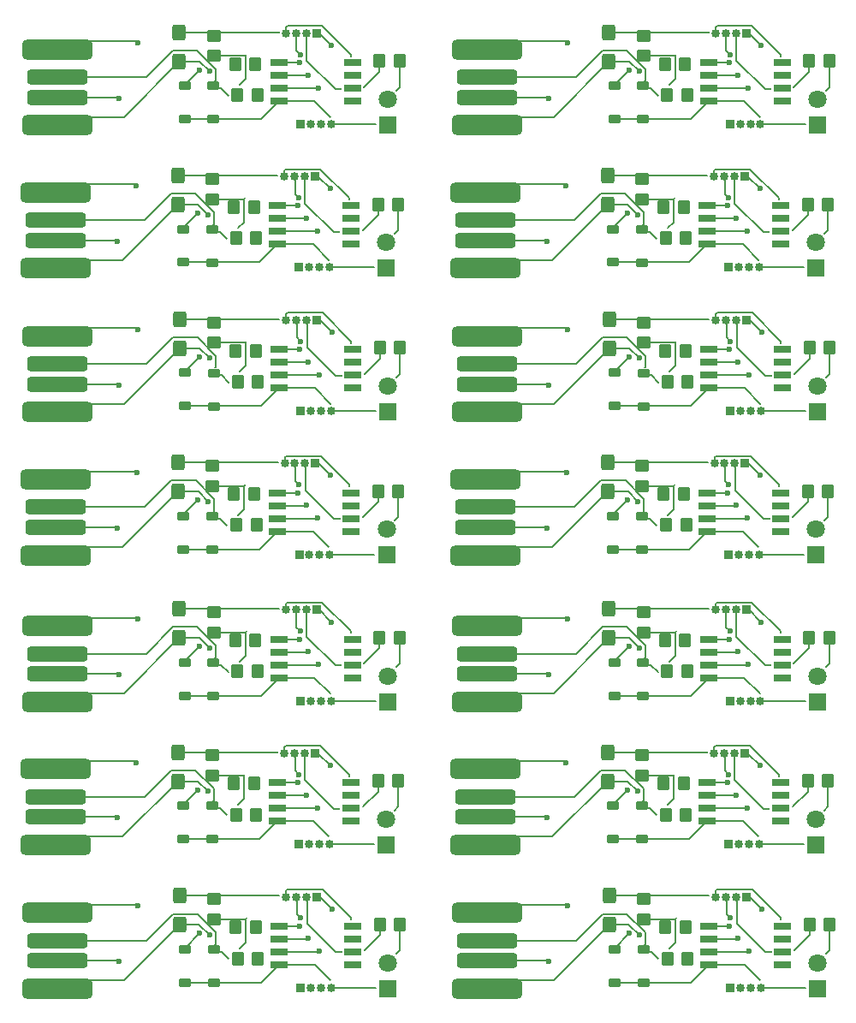
<source format=gbr>
%TF.GenerationSoftware,KiCad,Pcbnew,8.0.7*%
%TF.CreationDate,2024-12-08T11:51:20+01:00*%
%TF.ProjectId,attiny_usb_pannel Pcb Kicad,61747469-6e79-45f7-9573-625f70616e6e,rev?*%
%TF.SameCoordinates,Original*%
%TF.FileFunction,Copper,L1,Top*%
%TF.FilePolarity,Positive*%
%FSLAX46Y46*%
G04 Gerber Fmt 4.6, Leading zero omitted, Abs format (unit mm)*
G04 Created by KiCad (PCBNEW 8.0.7) date 2024-12-08 11:51:20*
%MOMM*%
%LPD*%
G01*
G04 APERTURE LIST*
G04 Aperture macros list*
%AMRoundRect*
0 Rectangle with rounded corners*
0 $1 Rounding radius*
0 $2 $3 $4 $5 $6 $7 $8 $9 X,Y pos of 4 corners*
0 Add a 4 corners polygon primitive as box body*
4,1,4,$2,$3,$4,$5,$6,$7,$8,$9,$2,$3,0*
0 Add four circle primitives for the rounded corners*
1,1,$1+$1,$2,$3*
1,1,$1+$1,$4,$5*
1,1,$1+$1,$6,$7*
1,1,$1+$1,$8,$9*
0 Add four rect primitives between the rounded corners*
20,1,$1+$1,$2,$3,$4,$5,0*
20,1,$1+$1,$4,$5,$6,$7,0*
20,1,$1+$1,$6,$7,$8,$9,0*
20,1,$1+$1,$8,$9,$2,$3,0*%
G04 Aperture macros list end*
%TA.AperFunction,SMDPad,CuDef*%
%ADD10RoundRect,0.225000X-0.375000X0.225000X-0.375000X-0.225000X0.375000X-0.225000X0.375000X0.225000X0*%
%TD*%
%TA.AperFunction,ComponentPad*%
%ADD11R,0.850000X0.850000*%
%TD*%
%TA.AperFunction,ComponentPad*%
%ADD12O,0.850000X0.850000*%
%TD*%
%TA.AperFunction,SMDPad,CuDef*%
%ADD13RoundRect,0.250000X0.350000X0.450000X-0.350000X0.450000X-0.350000X-0.450000X0.350000X-0.450000X0*%
%TD*%
%TA.AperFunction,SMDPad,CuDef*%
%ADD14RoundRect,0.250000X-0.450000X0.350000X-0.450000X-0.350000X0.450000X-0.350000X0.450000X0.350000X0*%
%TD*%
%TA.AperFunction,ComponentPad*%
%ADD15R,1.800000X1.800000*%
%TD*%
%TA.AperFunction,ComponentPad*%
%ADD16C,1.800000*%
%TD*%
%TA.AperFunction,SMDPad,CuDef*%
%ADD17RoundRect,0.250000X-0.350000X-0.450000X0.350000X-0.450000X0.350000X0.450000X-0.350000X0.450000X0*%
%TD*%
%TA.AperFunction,SMDPad,CuDef*%
%ADD18RoundRect,0.500000X-3.000000X-0.500000X3.000000X-0.500000X3.000000X0.500000X-3.000000X0.500000X0*%
%TD*%
%TA.AperFunction,SMDPad,CuDef*%
%ADD19RoundRect,0.375000X-2.625000X-0.375000X2.625000X-0.375000X2.625000X0.375000X-2.625000X0.375000X0*%
%TD*%
%TA.AperFunction,SMDPad,CuDef*%
%ADD20RoundRect,0.250000X-0.425000X0.537500X-0.425000X-0.537500X0.425000X-0.537500X0.425000X0.537500X0*%
%TD*%
%TA.AperFunction,SMDPad,CuDef*%
%ADD21R,1.700000X0.650000*%
%TD*%
%TA.AperFunction,ViaPad*%
%ADD22C,0.600000*%
%TD*%
%TA.AperFunction,Conductor*%
%ADD23C,0.200000*%
%TD*%
G04 APERTURE END LIST*
D10*
%TO.P,D2,1,K*%
%TO.N,Net-(D2-K)*%
X139875000Y-141940400D03*
%TO.P,D2,2,A*%
%TO.N,GND*%
X139875000Y-145240400D03*
%TD*%
D11*
%TO.P,J1,1,Pin_1*%
%TO.N,Net-(J1-Pin_1)*%
X191139200Y-131556000D03*
D12*
%TO.P,J1,2,Pin_2*%
%TO.N,Net-(J1-Pin_2)*%
X192139200Y-131556000D03*
%TO.P,J1,3,Pin_3*%
%TO.N,Net-(J1-Pin_3)*%
X193139200Y-131556000D03*
%TO.P,J1,4,Pin_4*%
%TO.N,+5V*%
X194139200Y-131556000D03*
%TD*%
D13*
%TO.P,R1,1*%
%TO.N,Net-(D1-A)*%
X186753200Y-85806400D03*
%TO.P,R1,2*%
%TO.N,Net-(J1-Pin_2)*%
X184753200Y-85806400D03*
%TD*%
D14*
%TO.P,R4,1*%
%TO.N,+5V*%
X182603800Y-94132600D03*
%TO.P,R4,2*%
%TO.N,Net-(D2-K)*%
X182603800Y-96132600D03*
%TD*%
D15*
%TO.P,D1,1,K*%
%TO.N,GND*%
X157276600Y-131632200D03*
D16*
%TO.P,D1,2,A*%
%TO.N,Net-(D1-A)*%
X157276600Y-129092200D03*
%TD*%
D11*
%TO.P,J1,1,Pin_1*%
%TO.N,Net-(J1-Pin_1)*%
X190984200Y-145725000D03*
D12*
%TO.P,J1,2,Pin_2*%
%TO.N,Net-(J1-Pin_2)*%
X191984200Y-145725000D03*
%TO.P,J1,3,Pin_3*%
%TO.N,Net-(J1-Pin_3)*%
X192984200Y-145725000D03*
%TO.P,J1,4,Pin_4*%
%TO.N,+5V*%
X193984200Y-145725000D03*
%TD*%
D17*
%TO.P,R3,1*%
%TO.N,Net-(D3-K)*%
X156322400Y-110825600D03*
%TO.P,R3,2*%
%TO.N,Net-(J2-Pin_3)*%
X158322400Y-110825600D03*
%TD*%
D13*
%TO.P,R1,1*%
%TO.N,Net-(D1-A)*%
X144408200Y-71637400D03*
%TO.P,R1,2*%
%TO.N,Net-(J1-Pin_2)*%
X142408200Y-71637400D03*
%TD*%
D10*
%TO.P,D2,1,K*%
%TO.N,Net-(D2-K)*%
X182530000Y-127771400D03*
%TO.P,D2,2,A*%
%TO.N,GND*%
X182530000Y-131071400D03*
%TD*%
D13*
%TO.P,R1,1*%
%TO.N,Net-(D1-A)*%
X186908200Y-128660400D03*
%TO.P,R1,2*%
%TO.N,Net-(J1-Pin_2)*%
X184908200Y-128660400D03*
%TD*%
D18*
%TO.P,U2,1,Vcc*%
%TO.N,+5V*%
X124586800Y-67116200D03*
D19*
%TO.P,U2,2,D+*%
%TO.N,Net-(D2-K)*%
X124586800Y-69866200D03*
%TO.P,U2,3,D-*%
%TO.N,Net-(D3-K)*%
X124586800Y-71866200D03*
D18*
%TO.P,U2,4,GND*%
%TO.N,GND*%
X124586800Y-74616200D03*
%TD*%
D17*
%TO.P,R3,1*%
%TO.N,Net-(D3-K)*%
X198799400Y-139476600D03*
%TO.P,R3,2*%
%TO.N,Net-(J2-Pin_3)*%
X200799400Y-139476600D03*
%TD*%
D10*
%TO.P,D2,1,K*%
%TO.N,Net-(D2-K)*%
X182530000Y-70748400D03*
%TO.P,D2,2,A*%
%TO.N,GND*%
X182530000Y-74048400D03*
%TD*%
D15*
%TO.P,D1,1,K*%
%TO.N,GND*%
X157144600Y-117150200D03*
D16*
%TO.P,D1,2,A*%
%TO.N,Net-(D1-A)*%
X157144600Y-114610200D03*
%TD*%
D10*
%TO.P,D2,1,K*%
%TO.N,Net-(D2-K)*%
X182553000Y-99120400D03*
%TO.P,D2,2,A*%
%TO.N,GND*%
X182553000Y-102420400D03*
%TD*%
D15*
%TO.P,D1,1,K*%
%TO.N,GND*%
X199799600Y-102981200D03*
D16*
%TO.P,D1,2,A*%
%TO.N,Net-(D1-A)*%
X199799600Y-100441200D03*
%TD*%
D11*
%TO.P,J1,1,Pin_1*%
%TO.N,Net-(J1-Pin_1)*%
X191139200Y-74533000D03*
D12*
%TO.P,J1,2,Pin_2*%
%TO.N,Net-(J1-Pin_2)*%
X192139200Y-74533000D03*
%TO.P,J1,3,Pin_3*%
%TO.N,Net-(J1-Pin_3)*%
X193139200Y-74533000D03*
%TO.P,J1,4,Pin_4*%
%TO.N,+5V*%
X194139200Y-74533000D03*
%TD*%
D11*
%TO.P,J2,1,Pin_1*%
%TO.N,Net-(J2-Pin_1)*%
X192553800Y-79710400D03*
D12*
%TO.P,J2,2,Pin_2*%
%TO.N,Net-(J2-Pin_2)*%
X191553800Y-79710400D03*
%TO.P,J2,3,Pin_3*%
%TO.N,Net-(J2-Pin_3)*%
X190553800Y-79710400D03*
%TO.P,J2,4,Pin_4*%
%TO.N,GND*%
X189553800Y-79710400D03*
%TD*%
D11*
%TO.P,J1,1,Pin_1*%
%TO.N,Net-(J1-Pin_1)*%
X148639200Y-74533000D03*
D12*
%TO.P,J1,2,Pin_2*%
%TO.N,Net-(J1-Pin_2)*%
X149639200Y-74533000D03*
%TO.P,J1,3,Pin_3*%
%TO.N,Net-(J1-Pin_3)*%
X150639200Y-74533000D03*
%TO.P,J1,4,Pin_4*%
%TO.N,+5V*%
X151639200Y-74533000D03*
%TD*%
D20*
%TO.P,C1,1*%
%TO.N,+5V*%
X136674800Y-93822100D03*
%TO.P,C1,2*%
%TO.N,GND*%
X136674800Y-96697100D03*
%TD*%
D11*
%TO.P,J2,1,Pin_1*%
%TO.N,Net-(J2-Pin_1)*%
X192708800Y-122564400D03*
D12*
%TO.P,J2,2,Pin_2*%
%TO.N,Net-(J2-Pin_2)*%
X191708800Y-122564400D03*
%TO.P,J2,3,Pin_3*%
%TO.N,Net-(J2-Pin_3)*%
X190708800Y-122564400D03*
%TO.P,J2,4,Pin_4*%
%TO.N,GND*%
X189708800Y-122564400D03*
%TD*%
D11*
%TO.P,J2,1,Pin_1*%
%TO.N,Net-(J2-Pin_1)*%
X150231800Y-93913400D03*
D12*
%TO.P,J2,2,Pin_2*%
%TO.N,Net-(J2-Pin_2)*%
X149231800Y-93913400D03*
%TO.P,J2,3,Pin_3*%
%TO.N,Net-(J2-Pin_3)*%
X148231800Y-93913400D03*
%TO.P,J2,4,Pin_4*%
%TO.N,GND*%
X147231800Y-93913400D03*
%TD*%
D17*
%TO.P,R3,1*%
%TO.N,Net-(D3-K)*%
X156477400Y-96656600D03*
%TO.P,R3,2*%
%TO.N,Net-(J2-Pin_3)*%
X158477400Y-96656600D03*
%TD*%
%TO.P,R3,1*%
%TO.N,Net-(D3-K)*%
X156299400Y-139476600D03*
%TO.P,R3,2*%
%TO.N,Net-(J2-Pin_3)*%
X158299400Y-139476600D03*
%TD*%
D18*
%TO.P,U2,1,Vcc*%
%TO.N,+5V*%
X124609800Y-95488200D03*
D19*
%TO.P,U2,2,D+*%
%TO.N,Net-(D2-K)*%
X124609800Y-98238200D03*
%TO.P,U2,3,D-*%
%TO.N,Net-(D3-K)*%
X124609800Y-100238200D03*
D18*
%TO.P,U2,4,GND*%
%TO.N,GND*%
X124609800Y-102988200D03*
%TD*%
D13*
%TO.P,R1,1*%
%TO.N,Net-(D1-A)*%
X186931200Y-157032400D03*
%TO.P,R1,2*%
%TO.N,Net-(J1-Pin_2)*%
X184931200Y-157032400D03*
%TD*%
D10*
%TO.P,D3,1,K*%
%TO.N,Net-(D3-K)*%
X179685200Y-127747000D03*
%TO.P,D3,2,A*%
%TO.N,GND*%
X179685200Y-131047000D03*
%TD*%
D21*
%TO.P,U1,1,~{RESET}/PB5*%
%TO.N,Net-(J2-Pin_1)*%
X146489200Y-125460000D03*
%TO.P,U1,2,XTAL1/PB3*%
%TO.N,Net-(J2-Pin_2)*%
X146489200Y-126730000D03*
%TO.P,U1,3,XTAL2/PB4*%
%TO.N,Net-(J2-Pin_3)*%
X146489200Y-128000000D03*
%TO.P,U1,4,GND*%
%TO.N,GND*%
X146489200Y-129270000D03*
%TO.P,U1,5,AREF/PB0*%
%TO.N,Net-(J1-Pin_1)*%
X153789200Y-129270000D03*
%TO.P,U1,6,PB1*%
%TO.N,Net-(J1-Pin_2)*%
X153789200Y-128000000D03*
%TO.P,U1,7,PB2*%
%TO.N,Net-(J1-Pin_3)*%
X153789200Y-126730000D03*
%TO.P,U1,8,VCC*%
%TO.N,+5V*%
X153789200Y-125460000D03*
%TD*%
D13*
%TO.P,R1,1*%
%TO.N,Net-(D1-A)*%
X144408200Y-128660400D03*
%TO.P,R1,2*%
%TO.N,Net-(J1-Pin_2)*%
X142408200Y-128660400D03*
%TD*%
D11*
%TO.P,J2,1,Pin_1*%
%TO.N,Net-(J2-Pin_1)*%
X192576800Y-108082400D03*
D12*
%TO.P,J2,2,Pin_2*%
%TO.N,Net-(J2-Pin_2)*%
X191576800Y-108082400D03*
%TO.P,J2,3,Pin_3*%
%TO.N,Net-(J2-Pin_3)*%
X190576800Y-108082400D03*
%TO.P,J2,4,Pin_4*%
%TO.N,GND*%
X189576800Y-108082400D03*
%TD*%
D21*
%TO.P,U1,1,~{RESET}/PB5*%
%TO.N,Net-(J2-Pin_1)*%
X188857200Y-110978000D03*
%TO.P,U1,2,XTAL1/PB3*%
%TO.N,Net-(J2-Pin_2)*%
X188857200Y-112248000D03*
%TO.P,U1,3,XTAL2/PB4*%
%TO.N,Net-(J2-Pin_3)*%
X188857200Y-113518000D03*
%TO.P,U1,4,GND*%
%TO.N,GND*%
X188857200Y-114788000D03*
%TO.P,U1,5,AREF/PB0*%
%TO.N,Net-(J1-Pin_1)*%
X196157200Y-114788000D03*
%TO.P,U1,6,PB1*%
%TO.N,Net-(J1-Pin_2)*%
X196157200Y-113518000D03*
%TO.P,U1,7,PB2*%
%TO.N,Net-(J1-Pin_3)*%
X196157200Y-112248000D03*
%TO.P,U1,8,VCC*%
%TO.N,+5V*%
X196157200Y-110978000D03*
%TD*%
D18*
%TO.P,U2,1,Vcc*%
%TO.N,+5V*%
X124431800Y-81285200D03*
D19*
%TO.P,U2,2,D+*%
%TO.N,Net-(D2-K)*%
X124431800Y-84035200D03*
%TO.P,U2,3,D-*%
%TO.N,Net-(D3-K)*%
X124431800Y-86035200D03*
D18*
%TO.P,U2,4,GND*%
%TO.N,GND*%
X124431800Y-88785200D03*
%TD*%
D17*
%TO.P,R2,1*%
%TO.N,Net-(D2-K)*%
X142024600Y-139756000D03*
%TO.P,R2,2*%
%TO.N,Net-(J2-Pin_2)*%
X144024600Y-139756000D03*
%TD*%
D11*
%TO.P,J1,1,Pin_1*%
%TO.N,Net-(J1-Pin_1)*%
X191162200Y-102905000D03*
D12*
%TO.P,J1,2,Pin_2*%
%TO.N,Net-(J1-Pin_2)*%
X192162200Y-102905000D03*
%TO.P,J1,3,Pin_3*%
%TO.N,Net-(J1-Pin_3)*%
X193162200Y-102905000D03*
%TO.P,J1,4,Pin_4*%
%TO.N,+5V*%
X194162200Y-102905000D03*
%TD*%
D11*
%TO.P,J1,1,Pin_1*%
%TO.N,Net-(J1-Pin_1)*%
X191162200Y-159928000D03*
D12*
%TO.P,J1,2,Pin_2*%
%TO.N,Net-(J1-Pin_2)*%
X192162200Y-159928000D03*
%TO.P,J1,3,Pin_3*%
%TO.N,Net-(J1-Pin_3)*%
X193162200Y-159928000D03*
%TO.P,J1,4,Pin_4*%
%TO.N,+5V*%
X194162200Y-159928000D03*
%TD*%
D17*
%TO.P,R2,1*%
%TO.N,Net-(D2-K)*%
X184679600Y-68564000D03*
%TO.P,R2,2*%
%TO.N,Net-(J2-Pin_2)*%
X186679600Y-68564000D03*
%TD*%
D10*
%TO.P,D2,1,K*%
%TO.N,Net-(D2-K)*%
X140053000Y-156143400D03*
%TO.P,D2,2,A*%
%TO.N,GND*%
X140053000Y-159443400D03*
%TD*%
D11*
%TO.P,J2,1,Pin_1*%
%TO.N,Net-(J2-Pin_1)*%
X192731800Y-150936400D03*
D12*
%TO.P,J2,2,Pin_2*%
%TO.N,Net-(J2-Pin_2)*%
X191731800Y-150936400D03*
%TO.P,J2,3,Pin_3*%
%TO.N,Net-(J2-Pin_3)*%
X190731800Y-150936400D03*
%TO.P,J2,4,Pin_4*%
%TO.N,GND*%
X189731800Y-150936400D03*
%TD*%
D10*
%TO.P,D2,1,K*%
%TO.N,Net-(D2-K)*%
X182375000Y-141940400D03*
%TO.P,D2,2,A*%
%TO.N,GND*%
X182375000Y-145240400D03*
%TD*%
D17*
%TO.P,R2,1*%
%TO.N,Net-(D2-K)*%
X142179600Y-68564000D03*
%TO.P,R2,2*%
%TO.N,Net-(J2-Pin_2)*%
X144179600Y-68564000D03*
%TD*%
%TO.P,R3,1*%
%TO.N,Net-(D3-K)*%
X198799400Y-82453600D03*
%TO.P,R3,2*%
%TO.N,Net-(J2-Pin_3)*%
X200799400Y-82453600D03*
%TD*%
%TO.P,R2,1*%
%TO.N,Net-(D2-K)*%
X184524600Y-139756000D03*
%TO.P,R2,2*%
%TO.N,Net-(J2-Pin_2)*%
X186524600Y-139756000D03*
%TD*%
D21*
%TO.P,U1,1,~{RESET}/PB5*%
%TO.N,Net-(J2-Pin_1)*%
X189012200Y-153832000D03*
%TO.P,U1,2,XTAL1/PB3*%
%TO.N,Net-(J2-Pin_2)*%
X189012200Y-155102000D03*
%TO.P,U1,3,XTAL2/PB4*%
%TO.N,Net-(J2-Pin_3)*%
X189012200Y-156372000D03*
%TO.P,U1,4,GND*%
%TO.N,GND*%
X189012200Y-157642000D03*
%TO.P,U1,5,AREF/PB0*%
%TO.N,Net-(J1-Pin_1)*%
X196312200Y-157642000D03*
%TO.P,U1,6,PB1*%
%TO.N,Net-(J1-Pin_2)*%
X196312200Y-156372000D03*
%TO.P,U1,7,PB2*%
%TO.N,Net-(J1-Pin_3)*%
X196312200Y-155102000D03*
%TO.P,U1,8,VCC*%
%TO.N,+5V*%
X196312200Y-153832000D03*
%TD*%
D11*
%TO.P,J1,1,Pin_1*%
%TO.N,Net-(J1-Pin_1)*%
X148639200Y-131556000D03*
D12*
%TO.P,J1,2,Pin_2*%
%TO.N,Net-(J1-Pin_2)*%
X149639200Y-131556000D03*
%TO.P,J1,3,Pin_3*%
%TO.N,Net-(J1-Pin_3)*%
X150639200Y-131556000D03*
%TO.P,J1,4,Pin_4*%
%TO.N,+5V*%
X151639200Y-131556000D03*
%TD*%
D17*
%TO.P,R3,1*%
%TO.N,Net-(D3-K)*%
X198954400Y-125307600D03*
%TO.P,R3,2*%
%TO.N,Net-(J2-Pin_3)*%
X200954400Y-125307600D03*
%TD*%
D15*
%TO.P,D1,1,K*%
%TO.N,GND*%
X199776600Y-131632200D03*
D16*
%TO.P,D1,2,A*%
%TO.N,Net-(D1-A)*%
X199776600Y-129092200D03*
%TD*%
D10*
%TO.P,D3,1,K*%
%TO.N,Net-(D3-K)*%
X179685200Y-70724000D03*
%TO.P,D3,2,A*%
%TO.N,GND*%
X179685200Y-74024000D03*
%TD*%
D17*
%TO.P,R3,1*%
%TO.N,Net-(D3-K)*%
X156299400Y-82453600D03*
%TO.P,R3,2*%
%TO.N,Net-(J2-Pin_3)*%
X158299400Y-82453600D03*
%TD*%
D14*
%TO.P,R4,1*%
%TO.N,+5V*%
X182448800Y-108301600D03*
%TO.P,R4,2*%
%TO.N,Net-(D2-K)*%
X182448800Y-110301600D03*
%TD*%
D11*
%TO.P,J2,1,Pin_1*%
%TO.N,Net-(J2-Pin_1)*%
X192553800Y-136733400D03*
D12*
%TO.P,J2,2,Pin_2*%
%TO.N,Net-(J2-Pin_2)*%
X191553800Y-136733400D03*
%TO.P,J2,3,Pin_3*%
%TO.N,Net-(J2-Pin_3)*%
X190553800Y-136733400D03*
%TO.P,J2,4,Pin_4*%
%TO.N,GND*%
X189553800Y-136733400D03*
%TD*%
D20*
%TO.P,C1,1*%
%TO.N,+5V*%
X136496800Y-136642100D03*
%TO.P,C1,2*%
%TO.N,GND*%
X136496800Y-139517100D03*
%TD*%
D10*
%TO.P,D3,1,K*%
%TO.N,Net-(D3-K)*%
X137030200Y-141916000D03*
%TO.P,D3,2,A*%
%TO.N,GND*%
X137030200Y-145216000D03*
%TD*%
D18*
%TO.P,U2,1,Vcc*%
%TO.N,+5V*%
X166931800Y-81285200D03*
D19*
%TO.P,U2,2,D+*%
%TO.N,Net-(D2-K)*%
X166931800Y-84035200D03*
%TO.P,U2,3,D-*%
%TO.N,Net-(D3-K)*%
X166931800Y-86035200D03*
D18*
%TO.P,U2,4,GND*%
%TO.N,GND*%
X166931800Y-88785200D03*
%TD*%
D20*
%TO.P,C1,1*%
%TO.N,+5V*%
X136651800Y-65450100D03*
%TO.P,C1,2*%
%TO.N,GND*%
X136651800Y-68325100D03*
%TD*%
%TO.P,C1,1*%
%TO.N,+5V*%
X136651800Y-122473100D03*
%TO.P,C1,2*%
%TO.N,GND*%
X136651800Y-125348100D03*
%TD*%
D17*
%TO.P,R2,1*%
%TO.N,Net-(D2-K)*%
X142202600Y-153959000D03*
%TO.P,R2,2*%
%TO.N,Net-(J2-Pin_2)*%
X144202600Y-153959000D03*
%TD*%
D10*
%TO.P,D2,1,K*%
%TO.N,Net-(D2-K)*%
X182553000Y-156143400D03*
%TO.P,D2,2,A*%
%TO.N,GND*%
X182553000Y-159443400D03*
%TD*%
D21*
%TO.P,U1,1,~{RESET}/PB5*%
%TO.N,Net-(J2-Pin_1)*%
X189012200Y-96809000D03*
%TO.P,U1,2,XTAL1/PB3*%
%TO.N,Net-(J2-Pin_2)*%
X189012200Y-98079000D03*
%TO.P,U1,3,XTAL2/PB4*%
%TO.N,Net-(J2-Pin_3)*%
X189012200Y-99349000D03*
%TO.P,U1,4,GND*%
%TO.N,GND*%
X189012200Y-100619000D03*
%TO.P,U1,5,AREF/PB0*%
%TO.N,Net-(J1-Pin_1)*%
X196312200Y-100619000D03*
%TO.P,U1,6,PB1*%
%TO.N,Net-(J1-Pin_2)*%
X196312200Y-99349000D03*
%TO.P,U1,7,PB2*%
%TO.N,Net-(J1-Pin_3)*%
X196312200Y-98079000D03*
%TO.P,U1,8,VCC*%
%TO.N,+5V*%
X196312200Y-96809000D03*
%TD*%
D20*
%TO.P,C1,1*%
%TO.N,+5V*%
X178996800Y-79619100D03*
%TO.P,C1,2*%
%TO.N,GND*%
X178996800Y-82494100D03*
%TD*%
D13*
%TO.P,R1,1*%
%TO.N,Net-(D1-A)*%
X186908200Y-71637400D03*
%TO.P,R1,2*%
%TO.N,Net-(J1-Pin_2)*%
X184908200Y-71637400D03*
%TD*%
D15*
%TO.P,D1,1,K*%
%TO.N,GND*%
X199621600Y-88778200D03*
D16*
%TO.P,D1,2,A*%
%TO.N,Net-(D1-A)*%
X199621600Y-86238200D03*
%TD*%
D10*
%TO.P,D3,1,K*%
%TO.N,Net-(D3-K)*%
X179530200Y-141916000D03*
%TO.P,D3,2,A*%
%TO.N,GND*%
X179530200Y-145216000D03*
%TD*%
D21*
%TO.P,U1,1,~{RESET}/PB5*%
%TO.N,Net-(J2-Pin_1)*%
X146357200Y-110978000D03*
%TO.P,U1,2,XTAL1/PB3*%
%TO.N,Net-(J2-Pin_2)*%
X146357200Y-112248000D03*
%TO.P,U1,3,XTAL2/PB4*%
%TO.N,Net-(J2-Pin_3)*%
X146357200Y-113518000D03*
%TO.P,U1,4,GND*%
%TO.N,GND*%
X146357200Y-114788000D03*
%TO.P,U1,5,AREF/PB0*%
%TO.N,Net-(J1-Pin_1)*%
X153657200Y-114788000D03*
%TO.P,U1,6,PB1*%
%TO.N,Net-(J1-Pin_2)*%
X153657200Y-113518000D03*
%TO.P,U1,7,PB2*%
%TO.N,Net-(J1-Pin_3)*%
X153657200Y-112248000D03*
%TO.P,U1,8,VCC*%
%TO.N,+5V*%
X153657200Y-110978000D03*
%TD*%
D17*
%TO.P,R2,1*%
%TO.N,Net-(D2-K)*%
X184679600Y-125587000D03*
%TO.P,R2,2*%
%TO.N,Net-(J2-Pin_2)*%
X186679600Y-125587000D03*
%TD*%
D21*
%TO.P,U1,1,~{RESET}/PB5*%
%TO.N,Net-(J2-Pin_1)*%
X188989200Y-125460000D03*
%TO.P,U1,2,XTAL1/PB3*%
%TO.N,Net-(J2-Pin_2)*%
X188989200Y-126730000D03*
%TO.P,U1,3,XTAL2/PB4*%
%TO.N,Net-(J2-Pin_3)*%
X188989200Y-128000000D03*
%TO.P,U1,4,GND*%
%TO.N,GND*%
X188989200Y-129270000D03*
%TO.P,U1,5,AREF/PB0*%
%TO.N,Net-(J1-Pin_1)*%
X196289200Y-129270000D03*
%TO.P,U1,6,PB1*%
%TO.N,Net-(J1-Pin_2)*%
X196289200Y-128000000D03*
%TO.P,U1,7,PB2*%
%TO.N,Net-(J1-Pin_3)*%
X196289200Y-126730000D03*
%TO.P,U1,8,VCC*%
%TO.N,+5V*%
X196289200Y-125460000D03*
%TD*%
D10*
%TO.P,D2,1,K*%
%TO.N,Net-(D2-K)*%
X139875000Y-84917400D03*
%TO.P,D2,2,A*%
%TO.N,GND*%
X139875000Y-88217400D03*
%TD*%
D11*
%TO.P,J2,1,Pin_1*%
%TO.N,Net-(J2-Pin_1)*%
X150231800Y-150936400D03*
D12*
%TO.P,J2,2,Pin_2*%
%TO.N,Net-(J2-Pin_2)*%
X149231800Y-150936400D03*
%TO.P,J2,3,Pin_3*%
%TO.N,Net-(J2-Pin_3)*%
X148231800Y-150936400D03*
%TO.P,J2,4,Pin_4*%
%TO.N,GND*%
X147231800Y-150936400D03*
%TD*%
D20*
%TO.P,C1,1*%
%TO.N,+5V*%
X179151800Y-122473100D03*
%TO.P,C1,2*%
%TO.N,GND*%
X179151800Y-125348100D03*
%TD*%
D10*
%TO.P,D3,1,K*%
%TO.N,Net-(D3-K)*%
X179708200Y-99096000D03*
%TO.P,D3,2,A*%
%TO.N,GND*%
X179708200Y-102396000D03*
%TD*%
D13*
%TO.P,R1,1*%
%TO.N,Net-(D1-A)*%
X186776200Y-114178400D03*
%TO.P,R1,2*%
%TO.N,Net-(J1-Pin_2)*%
X184776200Y-114178400D03*
%TD*%
%TO.P,R1,1*%
%TO.N,Net-(D1-A)*%
X144253200Y-85806400D03*
%TO.P,R1,2*%
%TO.N,Net-(J1-Pin_2)*%
X142253200Y-85806400D03*
%TD*%
D15*
%TO.P,D1,1,K*%
%TO.N,GND*%
X157121600Y-88778200D03*
D16*
%TO.P,D1,2,A*%
%TO.N,Net-(D1-A)*%
X157121600Y-86238200D03*
%TD*%
D17*
%TO.P,R2,1*%
%TO.N,Net-(D2-K)*%
X142179600Y-125587000D03*
%TO.P,R2,2*%
%TO.N,Net-(J2-Pin_2)*%
X144179600Y-125587000D03*
%TD*%
D10*
%TO.P,D3,1,K*%
%TO.N,Net-(D3-K)*%
X137185200Y-127747000D03*
%TO.P,D3,2,A*%
%TO.N,GND*%
X137185200Y-131047000D03*
%TD*%
D17*
%TO.P,R2,1*%
%TO.N,Net-(D2-K)*%
X142024600Y-82733000D03*
%TO.P,R2,2*%
%TO.N,Net-(J2-Pin_2)*%
X144024600Y-82733000D03*
%TD*%
D10*
%TO.P,D3,1,K*%
%TO.N,Net-(D3-K)*%
X137030200Y-84893000D03*
%TO.P,D3,2,A*%
%TO.N,GND*%
X137030200Y-88193000D03*
%TD*%
%TO.P,D3,1,K*%
%TO.N,Net-(D3-K)*%
X137185200Y-70724000D03*
%TO.P,D3,2,A*%
%TO.N,GND*%
X137185200Y-74024000D03*
%TD*%
D13*
%TO.P,R1,1*%
%TO.N,Net-(D1-A)*%
X186931200Y-100009400D03*
%TO.P,R1,2*%
%TO.N,Net-(J1-Pin_2)*%
X184931200Y-100009400D03*
%TD*%
D18*
%TO.P,U2,1,Vcc*%
%TO.N,+5V*%
X124454800Y-109657200D03*
D19*
%TO.P,U2,2,D+*%
%TO.N,Net-(D2-K)*%
X124454800Y-112407200D03*
%TO.P,U2,3,D-*%
%TO.N,Net-(D3-K)*%
X124454800Y-114407200D03*
D18*
%TO.P,U2,4,GND*%
%TO.N,GND*%
X124454800Y-117157200D03*
%TD*%
D21*
%TO.P,U1,1,~{RESET}/PB5*%
%TO.N,Net-(J2-Pin_1)*%
X188834200Y-82606000D03*
%TO.P,U1,2,XTAL1/PB3*%
%TO.N,Net-(J2-Pin_2)*%
X188834200Y-83876000D03*
%TO.P,U1,3,XTAL2/PB4*%
%TO.N,Net-(J2-Pin_3)*%
X188834200Y-85146000D03*
%TO.P,U1,4,GND*%
%TO.N,GND*%
X188834200Y-86416000D03*
%TO.P,U1,5,AREF/PB0*%
%TO.N,Net-(J1-Pin_1)*%
X196134200Y-86416000D03*
%TO.P,U1,6,PB1*%
%TO.N,Net-(J1-Pin_2)*%
X196134200Y-85146000D03*
%TO.P,U1,7,PB2*%
%TO.N,Net-(J1-Pin_3)*%
X196134200Y-83876000D03*
%TO.P,U1,8,VCC*%
%TO.N,+5V*%
X196134200Y-82606000D03*
%TD*%
D20*
%TO.P,C1,1*%
%TO.N,+5V*%
X179019800Y-107991100D03*
%TO.P,C1,2*%
%TO.N,GND*%
X179019800Y-110866100D03*
%TD*%
D10*
%TO.P,D2,1,K*%
%TO.N,Net-(D2-K)*%
X140030000Y-70748400D03*
%TO.P,D2,2,A*%
%TO.N,GND*%
X140030000Y-74048400D03*
%TD*%
D14*
%TO.P,R4,1*%
%TO.N,+5V*%
X182580800Y-65760600D03*
%TO.P,R4,2*%
%TO.N,Net-(D2-K)*%
X182580800Y-67760600D03*
%TD*%
D10*
%TO.P,D3,1,K*%
%TO.N,Net-(D3-K)*%
X137208200Y-99096000D03*
%TO.P,D3,2,A*%
%TO.N,GND*%
X137208200Y-102396000D03*
%TD*%
D21*
%TO.P,U1,1,~{RESET}/PB5*%
%TO.N,Net-(J2-Pin_1)*%
X146334200Y-82606000D03*
%TO.P,U1,2,XTAL1/PB3*%
%TO.N,Net-(J2-Pin_2)*%
X146334200Y-83876000D03*
%TO.P,U1,3,XTAL2/PB4*%
%TO.N,Net-(J2-Pin_3)*%
X146334200Y-85146000D03*
%TO.P,U1,4,GND*%
%TO.N,GND*%
X146334200Y-86416000D03*
%TO.P,U1,5,AREF/PB0*%
%TO.N,Net-(J1-Pin_1)*%
X153634200Y-86416000D03*
%TO.P,U1,6,PB1*%
%TO.N,Net-(J1-Pin_2)*%
X153634200Y-85146000D03*
%TO.P,U1,7,PB2*%
%TO.N,Net-(J1-Pin_3)*%
X153634200Y-83876000D03*
%TO.P,U1,8,VCC*%
%TO.N,+5V*%
X153634200Y-82606000D03*
%TD*%
D11*
%TO.P,J2,1,Pin_1*%
%TO.N,Net-(J2-Pin_1)*%
X150208800Y-65541400D03*
D12*
%TO.P,J2,2,Pin_2*%
%TO.N,Net-(J2-Pin_2)*%
X149208800Y-65541400D03*
%TO.P,J2,3,Pin_3*%
%TO.N,Net-(J2-Pin_3)*%
X148208800Y-65541400D03*
%TO.P,J2,4,Pin_4*%
%TO.N,GND*%
X147208800Y-65541400D03*
%TD*%
D11*
%TO.P,J1,1,Pin_1*%
%TO.N,Net-(J1-Pin_1)*%
X148484200Y-88702000D03*
D12*
%TO.P,J1,2,Pin_2*%
%TO.N,Net-(J1-Pin_2)*%
X149484200Y-88702000D03*
%TO.P,J1,3,Pin_3*%
%TO.N,Net-(J1-Pin_3)*%
X150484200Y-88702000D03*
%TO.P,J1,4,Pin_4*%
%TO.N,+5V*%
X151484200Y-88702000D03*
%TD*%
D17*
%TO.P,R3,1*%
%TO.N,Net-(D3-K)*%
X156454400Y-68284600D03*
%TO.P,R3,2*%
%TO.N,Net-(J2-Pin_3)*%
X158454400Y-68284600D03*
%TD*%
D10*
%TO.P,D2,1,K*%
%TO.N,Net-(D2-K)*%
X139898000Y-113289400D03*
%TO.P,D2,2,A*%
%TO.N,GND*%
X139898000Y-116589400D03*
%TD*%
D17*
%TO.P,R2,1*%
%TO.N,Net-(D2-K)*%
X142047600Y-111105000D03*
%TO.P,R2,2*%
%TO.N,Net-(J2-Pin_2)*%
X144047600Y-111105000D03*
%TD*%
D10*
%TO.P,D3,1,K*%
%TO.N,Net-(D3-K)*%
X179553200Y-113265000D03*
%TO.P,D3,2,A*%
%TO.N,GND*%
X179553200Y-116565000D03*
%TD*%
D20*
%TO.P,C1,1*%
%TO.N,+5V*%
X178996800Y-136642100D03*
%TO.P,C1,2*%
%TO.N,GND*%
X178996800Y-139517100D03*
%TD*%
D15*
%TO.P,D1,1,K*%
%TO.N,GND*%
X157121600Y-145801200D03*
D16*
%TO.P,D1,2,A*%
%TO.N,Net-(D1-A)*%
X157121600Y-143261200D03*
%TD*%
D14*
%TO.P,R4,1*%
%TO.N,+5V*%
X182603800Y-151155600D03*
%TO.P,R4,2*%
%TO.N,Net-(D2-K)*%
X182603800Y-153155600D03*
%TD*%
%TO.P,R4,1*%
%TO.N,+5V*%
X139925800Y-79929600D03*
%TO.P,R4,2*%
%TO.N,Net-(D2-K)*%
X139925800Y-81929600D03*
%TD*%
D18*
%TO.P,U2,1,Vcc*%
%TO.N,+5V*%
X167109800Y-152511200D03*
D19*
%TO.P,U2,2,D+*%
%TO.N,Net-(D2-K)*%
X167109800Y-155261200D03*
%TO.P,U2,3,D-*%
%TO.N,Net-(D3-K)*%
X167109800Y-157261200D03*
D18*
%TO.P,U2,4,GND*%
%TO.N,GND*%
X167109800Y-160011200D03*
%TD*%
%TO.P,U2,1,Vcc*%
%TO.N,+5V*%
X167109800Y-95488200D03*
D19*
%TO.P,U2,2,D+*%
%TO.N,Net-(D2-K)*%
X167109800Y-98238200D03*
%TO.P,U2,3,D-*%
%TO.N,Net-(D3-K)*%
X167109800Y-100238200D03*
D18*
%TO.P,U2,4,GND*%
%TO.N,GND*%
X167109800Y-102988200D03*
%TD*%
D10*
%TO.P,D2,1,K*%
%TO.N,Net-(D2-K)*%
X140053000Y-99120400D03*
%TO.P,D2,2,A*%
%TO.N,GND*%
X140053000Y-102420400D03*
%TD*%
D15*
%TO.P,D1,1,K*%
%TO.N,GND*%
X157299600Y-160004200D03*
D16*
%TO.P,D1,2,A*%
%TO.N,Net-(D1-A)*%
X157299600Y-157464200D03*
%TD*%
D17*
%TO.P,R2,1*%
%TO.N,Net-(D2-K)*%
X184547600Y-111105000D03*
%TO.P,R2,2*%
%TO.N,Net-(J2-Pin_2)*%
X186547600Y-111105000D03*
%TD*%
D15*
%TO.P,D1,1,K*%
%TO.N,GND*%
X199776600Y-74609200D03*
D16*
%TO.P,D1,2,A*%
%TO.N,Net-(D1-A)*%
X199776600Y-72069200D03*
%TD*%
D18*
%TO.P,U2,1,Vcc*%
%TO.N,+5V*%
X166954800Y-109657200D03*
D19*
%TO.P,U2,2,D+*%
%TO.N,Net-(D2-K)*%
X166954800Y-112407200D03*
%TO.P,U2,3,D-*%
%TO.N,Net-(D3-K)*%
X166954800Y-114407200D03*
D18*
%TO.P,U2,4,GND*%
%TO.N,GND*%
X166954800Y-117157200D03*
%TD*%
D11*
%TO.P,J1,1,Pin_1*%
%TO.N,Net-(J1-Pin_1)*%
X148662200Y-159928000D03*
D12*
%TO.P,J1,2,Pin_2*%
%TO.N,Net-(J1-Pin_2)*%
X149662200Y-159928000D03*
%TO.P,J1,3,Pin_3*%
%TO.N,Net-(J1-Pin_3)*%
X150662200Y-159928000D03*
%TO.P,J1,4,Pin_4*%
%TO.N,+5V*%
X151662200Y-159928000D03*
%TD*%
D21*
%TO.P,U1,1,~{RESET}/PB5*%
%TO.N,Net-(J2-Pin_1)*%
X146512200Y-153832000D03*
%TO.P,U1,2,XTAL1/PB3*%
%TO.N,Net-(J2-Pin_2)*%
X146512200Y-155102000D03*
%TO.P,U1,3,XTAL2/PB4*%
%TO.N,Net-(J2-Pin_3)*%
X146512200Y-156372000D03*
%TO.P,U1,4,GND*%
%TO.N,GND*%
X146512200Y-157642000D03*
%TO.P,U1,5,AREF/PB0*%
%TO.N,Net-(J1-Pin_1)*%
X153812200Y-157642000D03*
%TO.P,U1,6,PB1*%
%TO.N,Net-(J1-Pin_2)*%
X153812200Y-156372000D03*
%TO.P,U1,7,PB2*%
%TO.N,Net-(J1-Pin_3)*%
X153812200Y-155102000D03*
%TO.P,U1,8,VCC*%
%TO.N,+5V*%
X153812200Y-153832000D03*
%TD*%
D11*
%TO.P,J1,1,Pin_1*%
%TO.N,Net-(J1-Pin_1)*%
X148662200Y-102905000D03*
D12*
%TO.P,J1,2,Pin_2*%
%TO.N,Net-(J1-Pin_2)*%
X149662200Y-102905000D03*
%TO.P,J1,3,Pin_3*%
%TO.N,Net-(J1-Pin_3)*%
X150662200Y-102905000D03*
%TO.P,J1,4,Pin_4*%
%TO.N,+5V*%
X151662200Y-102905000D03*
%TD*%
D18*
%TO.P,U2,1,Vcc*%
%TO.N,+5V*%
X167086800Y-67116200D03*
D19*
%TO.P,U2,2,D+*%
%TO.N,Net-(D2-K)*%
X167086800Y-69866200D03*
%TO.P,U2,3,D-*%
%TO.N,Net-(D3-K)*%
X167086800Y-71866200D03*
D18*
%TO.P,U2,4,GND*%
%TO.N,GND*%
X167086800Y-74616200D03*
%TD*%
D14*
%TO.P,R4,1*%
%TO.N,+5V*%
X182425800Y-79929600D03*
%TO.P,R4,2*%
%TO.N,Net-(D2-K)*%
X182425800Y-81929600D03*
%TD*%
D17*
%TO.P,R3,1*%
%TO.N,Net-(D3-K)*%
X198954400Y-68284600D03*
%TO.P,R3,2*%
%TO.N,Net-(J2-Pin_3)*%
X200954400Y-68284600D03*
%TD*%
D10*
%TO.P,D3,1,K*%
%TO.N,Net-(D3-K)*%
X179708200Y-156119000D03*
%TO.P,D3,2,A*%
%TO.N,GND*%
X179708200Y-159419000D03*
%TD*%
D18*
%TO.P,U2,1,Vcc*%
%TO.N,+5V*%
X166931800Y-138308200D03*
D19*
%TO.P,U2,2,D+*%
%TO.N,Net-(D2-K)*%
X166931800Y-141058200D03*
%TO.P,U2,3,D-*%
%TO.N,Net-(D3-K)*%
X166931800Y-143058200D03*
D18*
%TO.P,U2,4,GND*%
%TO.N,GND*%
X166931800Y-145808200D03*
%TD*%
D20*
%TO.P,C1,1*%
%TO.N,+5V*%
X179151800Y-65450100D03*
%TO.P,C1,2*%
%TO.N,GND*%
X179151800Y-68325100D03*
%TD*%
D11*
%TO.P,J2,1,Pin_1*%
%TO.N,Net-(J2-Pin_1)*%
X192731800Y-93913400D03*
D12*
%TO.P,J2,2,Pin_2*%
%TO.N,Net-(J2-Pin_2)*%
X191731800Y-93913400D03*
%TO.P,J2,3,Pin_3*%
%TO.N,Net-(J2-Pin_3)*%
X190731800Y-93913400D03*
%TO.P,J2,4,Pin_4*%
%TO.N,GND*%
X189731800Y-93913400D03*
%TD*%
D17*
%TO.P,R3,1*%
%TO.N,Net-(D3-K)*%
X156477400Y-153679600D03*
%TO.P,R3,2*%
%TO.N,Net-(J2-Pin_3)*%
X158477400Y-153679600D03*
%TD*%
D18*
%TO.P,U2,1,Vcc*%
%TO.N,+5V*%
X124431800Y-138308200D03*
D19*
%TO.P,U2,2,D+*%
%TO.N,Net-(D2-K)*%
X124431800Y-141058200D03*
%TO.P,U2,3,D-*%
%TO.N,Net-(D3-K)*%
X124431800Y-143058200D03*
D18*
%TO.P,U2,4,GND*%
%TO.N,GND*%
X124431800Y-145808200D03*
%TD*%
D20*
%TO.P,C1,1*%
%TO.N,+5V*%
X136519800Y-107991100D03*
%TO.P,C1,2*%
%TO.N,GND*%
X136519800Y-110866100D03*
%TD*%
D17*
%TO.P,R2,1*%
%TO.N,Net-(D2-K)*%
X184702600Y-153959000D03*
%TO.P,R2,2*%
%TO.N,Net-(J2-Pin_2)*%
X186702600Y-153959000D03*
%TD*%
D21*
%TO.P,U1,1,~{RESET}/PB5*%
%TO.N,Net-(J2-Pin_1)*%
X188989200Y-68437000D03*
%TO.P,U1,2,XTAL1/PB3*%
%TO.N,Net-(J2-Pin_2)*%
X188989200Y-69707000D03*
%TO.P,U1,3,XTAL2/PB4*%
%TO.N,Net-(J2-Pin_3)*%
X188989200Y-70977000D03*
%TO.P,U1,4,GND*%
%TO.N,GND*%
X188989200Y-72247000D03*
%TO.P,U1,5,AREF/PB0*%
%TO.N,Net-(J1-Pin_1)*%
X196289200Y-72247000D03*
%TO.P,U1,6,PB1*%
%TO.N,Net-(J1-Pin_2)*%
X196289200Y-70977000D03*
%TO.P,U1,7,PB2*%
%TO.N,Net-(J1-Pin_3)*%
X196289200Y-69707000D03*
%TO.P,U1,8,VCC*%
%TO.N,+5V*%
X196289200Y-68437000D03*
%TD*%
D20*
%TO.P,C1,1*%
%TO.N,+5V*%
X179174800Y-93822100D03*
%TO.P,C1,2*%
%TO.N,GND*%
X179174800Y-96697100D03*
%TD*%
D15*
%TO.P,D1,1,K*%
%TO.N,GND*%
X199621600Y-145801200D03*
D16*
%TO.P,D1,2,A*%
%TO.N,Net-(D1-A)*%
X199621600Y-143261200D03*
%TD*%
D13*
%TO.P,R1,1*%
%TO.N,Net-(D1-A)*%
X144431200Y-100009400D03*
%TO.P,R1,2*%
%TO.N,Net-(J1-Pin_2)*%
X142431200Y-100009400D03*
%TD*%
D11*
%TO.P,J1,1,Pin_1*%
%TO.N,Net-(J1-Pin_1)*%
X148484200Y-145725000D03*
D12*
%TO.P,J1,2,Pin_2*%
%TO.N,Net-(J1-Pin_2)*%
X149484200Y-145725000D03*
%TO.P,J1,3,Pin_3*%
%TO.N,Net-(J1-Pin_3)*%
X150484200Y-145725000D03*
%TO.P,J1,4,Pin_4*%
%TO.N,+5V*%
X151484200Y-145725000D03*
%TD*%
D10*
%TO.P,D2,1,K*%
%TO.N,Net-(D2-K)*%
X140030000Y-127771400D03*
%TO.P,D2,2,A*%
%TO.N,GND*%
X140030000Y-131071400D03*
%TD*%
D21*
%TO.P,U1,1,~{RESET}/PB5*%
%TO.N,Net-(J2-Pin_1)*%
X146334200Y-139629000D03*
%TO.P,U1,2,XTAL1/PB3*%
%TO.N,Net-(J2-Pin_2)*%
X146334200Y-140899000D03*
%TO.P,U1,3,XTAL2/PB4*%
%TO.N,Net-(J2-Pin_3)*%
X146334200Y-142169000D03*
%TO.P,U1,4,GND*%
%TO.N,GND*%
X146334200Y-143439000D03*
%TO.P,U1,5,AREF/PB0*%
%TO.N,Net-(J1-Pin_1)*%
X153634200Y-143439000D03*
%TO.P,U1,6,PB1*%
%TO.N,Net-(J1-Pin_2)*%
X153634200Y-142169000D03*
%TO.P,U1,7,PB2*%
%TO.N,Net-(J1-Pin_3)*%
X153634200Y-140899000D03*
%TO.P,U1,8,VCC*%
%TO.N,+5V*%
X153634200Y-139629000D03*
%TD*%
D14*
%TO.P,R4,1*%
%TO.N,+5V*%
X140080800Y-122783600D03*
%TO.P,R4,2*%
%TO.N,Net-(D2-K)*%
X140080800Y-124783600D03*
%TD*%
D17*
%TO.P,R3,1*%
%TO.N,Net-(D3-K)*%
X156454400Y-125307600D03*
%TO.P,R3,2*%
%TO.N,Net-(J2-Pin_3)*%
X158454400Y-125307600D03*
%TD*%
D15*
%TO.P,D1,1,K*%
%TO.N,GND*%
X199799600Y-160004200D03*
D16*
%TO.P,D1,2,A*%
%TO.N,Net-(D1-A)*%
X199799600Y-157464200D03*
%TD*%
D15*
%TO.P,D1,1,K*%
%TO.N,GND*%
X157299600Y-102981200D03*
D16*
%TO.P,D1,2,A*%
%TO.N,Net-(D1-A)*%
X157299600Y-100441200D03*
%TD*%
D11*
%TO.P,J2,1,Pin_1*%
%TO.N,Net-(J2-Pin_1)*%
X150208800Y-122564400D03*
D12*
%TO.P,J2,2,Pin_2*%
%TO.N,Net-(J2-Pin_2)*%
X149208800Y-122564400D03*
%TO.P,J2,3,Pin_3*%
%TO.N,Net-(J2-Pin_3)*%
X148208800Y-122564400D03*
%TO.P,J2,4,Pin_4*%
%TO.N,GND*%
X147208800Y-122564400D03*
%TD*%
D10*
%TO.P,D3,1,K*%
%TO.N,Net-(D3-K)*%
X179530200Y-84893000D03*
%TO.P,D3,2,A*%
%TO.N,GND*%
X179530200Y-88193000D03*
%TD*%
D17*
%TO.P,R3,1*%
%TO.N,Net-(D3-K)*%
X198822400Y-110825600D03*
%TO.P,R3,2*%
%TO.N,Net-(J2-Pin_3)*%
X200822400Y-110825600D03*
%TD*%
D14*
%TO.P,R4,1*%
%TO.N,+5V*%
X182425800Y-136952600D03*
%TO.P,R4,2*%
%TO.N,Net-(D2-K)*%
X182425800Y-138952600D03*
%TD*%
D15*
%TO.P,D1,1,K*%
%TO.N,GND*%
X199644600Y-117150200D03*
D16*
%TO.P,D1,2,A*%
%TO.N,Net-(D1-A)*%
X199644600Y-114610200D03*
%TD*%
D11*
%TO.P,J1,1,Pin_1*%
%TO.N,Net-(J1-Pin_1)*%
X148507200Y-117074000D03*
D12*
%TO.P,J1,2,Pin_2*%
%TO.N,Net-(J1-Pin_2)*%
X149507200Y-117074000D03*
%TO.P,J1,3,Pin_3*%
%TO.N,Net-(J1-Pin_3)*%
X150507200Y-117074000D03*
%TO.P,J1,4,Pin_4*%
%TO.N,+5V*%
X151507200Y-117074000D03*
%TD*%
D17*
%TO.P,R2,1*%
%TO.N,Net-(D2-K)*%
X184702600Y-96936000D03*
%TO.P,R2,2*%
%TO.N,Net-(J2-Pin_2)*%
X186702600Y-96936000D03*
%TD*%
%TO.P,R3,1*%
%TO.N,Net-(D3-K)*%
X198977400Y-96656600D03*
%TO.P,R3,2*%
%TO.N,Net-(J2-Pin_3)*%
X200977400Y-96656600D03*
%TD*%
D10*
%TO.P,D3,1,K*%
%TO.N,Net-(D3-K)*%
X137208200Y-156119000D03*
%TO.P,D3,2,A*%
%TO.N,GND*%
X137208200Y-159419000D03*
%TD*%
D13*
%TO.P,R1,1*%
%TO.N,Net-(D1-A)*%
X144253200Y-142829400D03*
%TO.P,R1,2*%
%TO.N,Net-(J1-Pin_2)*%
X142253200Y-142829400D03*
%TD*%
D10*
%TO.P,D3,1,K*%
%TO.N,Net-(D3-K)*%
X137053200Y-113265000D03*
%TO.P,D3,2,A*%
%TO.N,GND*%
X137053200Y-116565000D03*
%TD*%
D13*
%TO.P,R1,1*%
%TO.N,Net-(D1-A)*%
X144276200Y-114178400D03*
%TO.P,R1,2*%
%TO.N,Net-(J1-Pin_2)*%
X142276200Y-114178400D03*
%TD*%
D21*
%TO.P,U1,1,~{RESET}/PB5*%
%TO.N,Net-(J2-Pin_1)*%
X146512200Y-96809000D03*
%TO.P,U1,2,XTAL1/PB3*%
%TO.N,Net-(J2-Pin_2)*%
X146512200Y-98079000D03*
%TO.P,U1,3,XTAL2/PB4*%
%TO.N,Net-(J2-Pin_3)*%
X146512200Y-99349000D03*
%TO.P,U1,4,GND*%
%TO.N,GND*%
X146512200Y-100619000D03*
%TO.P,U1,5,AREF/PB0*%
%TO.N,Net-(J1-Pin_1)*%
X153812200Y-100619000D03*
%TO.P,U1,6,PB1*%
%TO.N,Net-(J1-Pin_2)*%
X153812200Y-99349000D03*
%TO.P,U1,7,PB2*%
%TO.N,Net-(J1-Pin_3)*%
X153812200Y-98079000D03*
%TO.P,U1,8,VCC*%
%TO.N,+5V*%
X153812200Y-96809000D03*
%TD*%
D11*
%TO.P,J2,1,Pin_1*%
%TO.N,Net-(J2-Pin_1)*%
X150053800Y-136733400D03*
D12*
%TO.P,J2,2,Pin_2*%
%TO.N,Net-(J2-Pin_2)*%
X149053800Y-136733400D03*
%TO.P,J2,3,Pin_3*%
%TO.N,Net-(J2-Pin_3)*%
X148053800Y-136733400D03*
%TO.P,J2,4,Pin_4*%
%TO.N,GND*%
X147053800Y-136733400D03*
%TD*%
D18*
%TO.P,U2,1,Vcc*%
%TO.N,+5V*%
X124586800Y-124139200D03*
D19*
%TO.P,U2,2,D+*%
%TO.N,Net-(D2-K)*%
X124586800Y-126889200D03*
%TO.P,U2,3,D-*%
%TO.N,Net-(D3-K)*%
X124586800Y-128889200D03*
D18*
%TO.P,U2,4,GND*%
%TO.N,GND*%
X124586800Y-131639200D03*
%TD*%
D17*
%TO.P,R2,1*%
%TO.N,Net-(D2-K)*%
X142202600Y-96936000D03*
%TO.P,R2,2*%
%TO.N,Net-(J2-Pin_2)*%
X144202600Y-96936000D03*
%TD*%
D20*
%TO.P,C1,1*%
%TO.N,+5V*%
X136674800Y-150845100D03*
%TO.P,C1,2*%
%TO.N,GND*%
X136674800Y-153720100D03*
%TD*%
D13*
%TO.P,R1,1*%
%TO.N,Net-(D1-A)*%
X144431200Y-157032400D03*
%TO.P,R1,2*%
%TO.N,Net-(J1-Pin_2)*%
X142431200Y-157032400D03*
%TD*%
D14*
%TO.P,R4,1*%
%TO.N,+5V*%
X140103800Y-151155600D03*
%TO.P,R4,2*%
%TO.N,Net-(D2-K)*%
X140103800Y-153155600D03*
%TD*%
D20*
%TO.P,C1,1*%
%TO.N,+5V*%
X136496800Y-79619100D03*
%TO.P,C1,2*%
%TO.N,GND*%
X136496800Y-82494100D03*
%TD*%
D11*
%TO.P,J2,1,Pin_1*%
%TO.N,Net-(J2-Pin_1)*%
X150053800Y-79710400D03*
D12*
%TO.P,J2,2,Pin_2*%
%TO.N,Net-(J2-Pin_2)*%
X149053800Y-79710400D03*
%TO.P,J2,3,Pin_3*%
%TO.N,Net-(J2-Pin_3)*%
X148053800Y-79710400D03*
%TO.P,J2,4,Pin_4*%
%TO.N,GND*%
X147053800Y-79710400D03*
%TD*%
D18*
%TO.P,U2,1,Vcc*%
%TO.N,+5V*%
X167086800Y-124139200D03*
D19*
%TO.P,U2,2,D+*%
%TO.N,Net-(D2-K)*%
X167086800Y-126889200D03*
%TO.P,U2,3,D-*%
%TO.N,Net-(D3-K)*%
X167086800Y-128889200D03*
D18*
%TO.P,U2,4,GND*%
%TO.N,GND*%
X167086800Y-131639200D03*
%TD*%
D13*
%TO.P,R1,1*%
%TO.N,Net-(D1-A)*%
X186753200Y-142829400D03*
%TO.P,R1,2*%
%TO.N,Net-(J1-Pin_2)*%
X184753200Y-142829400D03*
%TD*%
D21*
%TO.P,U1,1,~{RESET}/PB5*%
%TO.N,Net-(J2-Pin_1)*%
X146489200Y-68437000D03*
%TO.P,U1,2,XTAL1/PB3*%
%TO.N,Net-(J2-Pin_2)*%
X146489200Y-69707000D03*
%TO.P,U1,3,XTAL2/PB4*%
%TO.N,Net-(J2-Pin_3)*%
X146489200Y-70977000D03*
%TO.P,U1,4,GND*%
%TO.N,GND*%
X146489200Y-72247000D03*
%TO.P,U1,5,AREF/PB0*%
%TO.N,Net-(J1-Pin_1)*%
X153789200Y-72247000D03*
%TO.P,U1,6,PB1*%
%TO.N,Net-(J1-Pin_2)*%
X153789200Y-70977000D03*
%TO.P,U1,7,PB2*%
%TO.N,Net-(J1-Pin_3)*%
X153789200Y-69707000D03*
%TO.P,U1,8,VCC*%
%TO.N,+5V*%
X153789200Y-68437000D03*
%TD*%
D15*
%TO.P,D1,1,K*%
%TO.N,GND*%
X157276600Y-74609200D03*
D16*
%TO.P,D1,2,A*%
%TO.N,Net-(D1-A)*%
X157276600Y-72069200D03*
%TD*%
D14*
%TO.P,R4,1*%
%TO.N,+5V*%
X139948800Y-108301600D03*
%TO.P,R4,2*%
%TO.N,Net-(D2-K)*%
X139948800Y-110301600D03*
%TD*%
D21*
%TO.P,U1,1,~{RESET}/PB5*%
%TO.N,Net-(J2-Pin_1)*%
X188834200Y-139629000D03*
%TO.P,U1,2,XTAL1/PB3*%
%TO.N,Net-(J2-Pin_2)*%
X188834200Y-140899000D03*
%TO.P,U1,3,XTAL2/PB4*%
%TO.N,Net-(J2-Pin_3)*%
X188834200Y-142169000D03*
%TO.P,U1,4,GND*%
%TO.N,GND*%
X188834200Y-143439000D03*
%TO.P,U1,5,AREF/PB0*%
%TO.N,Net-(J1-Pin_1)*%
X196134200Y-143439000D03*
%TO.P,U1,6,PB1*%
%TO.N,Net-(J1-Pin_2)*%
X196134200Y-142169000D03*
%TO.P,U1,7,PB2*%
%TO.N,Net-(J1-Pin_3)*%
X196134200Y-140899000D03*
%TO.P,U1,8,VCC*%
%TO.N,+5V*%
X196134200Y-139629000D03*
%TD*%
D11*
%TO.P,J2,1,Pin_1*%
%TO.N,Net-(J2-Pin_1)*%
X150076800Y-108082400D03*
D12*
%TO.P,J2,2,Pin_2*%
%TO.N,Net-(J2-Pin_2)*%
X149076800Y-108082400D03*
%TO.P,J2,3,Pin_3*%
%TO.N,Net-(J2-Pin_3)*%
X148076800Y-108082400D03*
%TO.P,J2,4,Pin_4*%
%TO.N,GND*%
X147076800Y-108082400D03*
%TD*%
D11*
%TO.P,J2,1,Pin_1*%
%TO.N,Net-(J2-Pin_1)*%
X192708800Y-65541400D03*
D12*
%TO.P,J2,2,Pin_2*%
%TO.N,Net-(J2-Pin_2)*%
X191708800Y-65541400D03*
%TO.P,J2,3,Pin_3*%
%TO.N,Net-(J2-Pin_3)*%
X190708800Y-65541400D03*
%TO.P,J2,4,Pin_4*%
%TO.N,GND*%
X189708800Y-65541400D03*
%TD*%
D17*
%TO.P,R3,1*%
%TO.N,Net-(D3-K)*%
X198977400Y-153679600D03*
%TO.P,R3,2*%
%TO.N,Net-(J2-Pin_3)*%
X200977400Y-153679600D03*
%TD*%
%TO.P,R2,1*%
%TO.N,Net-(D2-K)*%
X184524600Y-82733000D03*
%TO.P,R2,2*%
%TO.N,Net-(J2-Pin_2)*%
X186524600Y-82733000D03*
%TD*%
D14*
%TO.P,R4,1*%
%TO.N,+5V*%
X140103800Y-94132600D03*
%TO.P,R4,2*%
%TO.N,Net-(D2-K)*%
X140103800Y-96132600D03*
%TD*%
%TO.P,R4,1*%
%TO.N,+5V*%
X140080800Y-65760600D03*
%TO.P,R4,2*%
%TO.N,Net-(D2-K)*%
X140080800Y-67760600D03*
%TD*%
D10*
%TO.P,D2,1,K*%
%TO.N,Net-(D2-K)*%
X182398000Y-113289400D03*
%TO.P,D2,2,A*%
%TO.N,GND*%
X182398000Y-116589400D03*
%TD*%
D14*
%TO.P,R4,1*%
%TO.N,+5V*%
X182580800Y-122783600D03*
%TO.P,R4,2*%
%TO.N,Net-(D2-K)*%
X182580800Y-124783600D03*
%TD*%
D11*
%TO.P,J1,1,Pin_1*%
%TO.N,Net-(J1-Pin_1)*%
X191007200Y-117074000D03*
D12*
%TO.P,J1,2,Pin_2*%
%TO.N,Net-(J1-Pin_2)*%
X192007200Y-117074000D03*
%TO.P,J1,3,Pin_3*%
%TO.N,Net-(J1-Pin_3)*%
X193007200Y-117074000D03*
%TO.P,J1,4,Pin_4*%
%TO.N,+5V*%
X194007200Y-117074000D03*
%TD*%
D18*
%TO.P,U2,1,Vcc*%
%TO.N,+5V*%
X124609800Y-152511200D03*
D19*
%TO.P,U2,2,D+*%
%TO.N,Net-(D2-K)*%
X124609800Y-155261200D03*
%TO.P,U2,3,D-*%
%TO.N,Net-(D3-K)*%
X124609800Y-157261200D03*
D18*
%TO.P,U2,4,GND*%
%TO.N,GND*%
X124609800Y-160011200D03*
%TD*%
D11*
%TO.P,J1,1,Pin_1*%
%TO.N,Net-(J1-Pin_1)*%
X190984200Y-88702000D03*
D12*
%TO.P,J1,2,Pin_2*%
%TO.N,Net-(J1-Pin_2)*%
X191984200Y-88702000D03*
%TO.P,J1,3,Pin_3*%
%TO.N,Net-(J1-Pin_3)*%
X192984200Y-88702000D03*
%TO.P,J1,4,Pin_4*%
%TO.N,+5V*%
X193984200Y-88702000D03*
%TD*%
D20*
%TO.P,C1,1*%
%TO.N,+5V*%
X179174800Y-150845100D03*
%TO.P,C1,2*%
%TO.N,GND*%
X179174800Y-153720100D03*
%TD*%
D10*
%TO.P,D2,1,K*%
%TO.N,Net-(D2-K)*%
X182375000Y-84917400D03*
%TO.P,D2,2,A*%
%TO.N,GND*%
X182375000Y-88217400D03*
%TD*%
D14*
%TO.P,R4,1*%
%TO.N,+5V*%
X139925800Y-136952600D03*
%TO.P,R4,2*%
%TO.N,Net-(D2-K)*%
X139925800Y-138952600D03*
%TD*%
D22*
%TO.N,+5V*%
X132407400Y-80624800D03*
X175062400Y-66455800D03*
X174930400Y-108996800D03*
X175085400Y-151850800D03*
X174907400Y-137647800D03*
X132562400Y-123478800D03*
X175062400Y-123478800D03*
X175085400Y-94827800D03*
X132562400Y-66455800D03*
X132430400Y-108996800D03*
X132585400Y-151850800D03*
X174907400Y-80624800D03*
X132585400Y-94827800D03*
X132407400Y-137647800D03*
%TO.N,GND*%
X139646600Y-97672600D03*
X182123600Y-126323600D03*
X182123600Y-69300600D03*
X139623600Y-126323600D03*
X181991600Y-111841600D03*
X139468600Y-140492600D03*
X182146600Y-154695600D03*
X139491600Y-111841600D03*
X139646600Y-154695600D03*
X181968600Y-140492600D03*
X139623600Y-69300600D03*
X182146600Y-97672600D03*
X181968600Y-83469600D03*
X139468600Y-83469600D03*
%TO.N,Net-(D3-K)*%
X138633000Y-69173600D03*
X173025400Y-114483200D03*
X181156000Y-154568600D03*
X173157400Y-71942200D03*
X181001000Y-111714600D03*
X181156000Y-97545600D03*
X138501000Y-111714600D03*
X138478000Y-140365600D03*
X130525400Y-114483200D03*
X180978000Y-140365600D03*
X130657400Y-128965200D03*
X173157400Y-128965200D03*
X173180400Y-100314200D03*
X180978000Y-83342600D03*
X138633000Y-126196600D03*
X173180400Y-157337200D03*
X130502400Y-86111200D03*
X181133000Y-69173600D03*
X130680400Y-157337200D03*
X138478000Y-83342600D03*
X138656000Y-154568600D03*
X181133000Y-126196600D03*
X130680400Y-100314200D03*
X138656000Y-97545600D03*
X130502400Y-143134200D03*
X173002400Y-86111200D03*
X173002400Y-143134200D03*
X130657400Y-71942200D03*
%TO.N,Net-(J2-Pin_2)*%
X191900200Y-98053600D03*
X191745200Y-112222600D03*
X191900200Y-155076600D03*
X191877200Y-126704600D03*
X149222200Y-140873600D03*
X149400200Y-98053600D03*
X149222200Y-83850600D03*
X149400200Y-155076600D03*
X149245200Y-112222600D03*
X191877200Y-69681600D03*
X149377200Y-126704600D03*
X149377200Y-69681600D03*
X191722200Y-140873600D03*
X191722200Y-83850600D03*
%TO.N,Net-(J2-Pin_1)*%
X190858600Y-139629000D03*
X151582000Y-109276200D03*
X194237000Y-95107200D03*
X151714000Y-123758200D03*
X148513600Y-125460000D03*
X148536600Y-96809000D03*
X194059000Y-80904200D03*
X148381600Y-110978000D03*
X191013600Y-68437000D03*
X151559000Y-137927200D03*
X194237000Y-152130200D03*
X148358600Y-139629000D03*
X191036600Y-153832000D03*
X194214000Y-123758200D03*
X148536600Y-153832000D03*
X191013600Y-125460000D03*
X190881600Y-110978000D03*
X194082000Y-109276200D03*
X151559000Y-80904200D03*
X148358600Y-82606000D03*
X151737000Y-95107200D03*
X190858600Y-82606000D03*
X151737000Y-152130200D03*
X191036600Y-96809000D03*
X151714000Y-66735200D03*
X148513600Y-68437000D03*
X194214000Y-66735200D03*
X194059000Y-137927200D03*
%TO.N,Net-(J2-Pin_3)*%
X148489691Y-110185333D03*
X148466691Y-138836333D03*
X148466691Y-81813333D03*
X150444000Y-127974600D03*
X150444000Y-70951600D03*
X191121691Y-67644333D03*
X192967000Y-156346600D03*
X192967000Y-99323600D03*
X192789000Y-85120600D03*
X148621691Y-67644333D03*
X148621691Y-124667333D03*
X190966691Y-81813333D03*
X192812000Y-113492600D03*
X150289000Y-142143600D03*
X192944000Y-70951600D03*
X148644691Y-96016333D03*
X148644691Y-153039333D03*
X150467000Y-156346600D03*
X191121691Y-124667333D03*
X190966691Y-138836333D03*
X150312000Y-113492600D03*
X150289000Y-85120600D03*
X150467000Y-99323600D03*
X192789000Y-142143600D03*
X191144691Y-96016333D03*
X192944000Y-127974600D03*
X190989691Y-110185333D03*
X191144691Y-153039333D03*
%TD*%
D23*
%TO.N,+5V*%
X136496800Y-136642100D02*
X146334500Y-136642100D01*
X167266200Y-66312600D02*
X174919200Y-66312600D01*
X174942200Y-94684600D02*
X175085400Y-94827800D01*
X188989500Y-122473100D02*
X189025200Y-122437400D01*
X124789200Y-151707600D02*
X132442200Y-151707600D01*
X132442200Y-151707600D02*
X132585400Y-151850800D01*
X124789200Y-94684600D02*
X132442200Y-94684600D01*
X174764200Y-80481600D02*
X174907400Y-80624800D01*
X179174800Y-150845100D02*
X189012500Y-150845100D01*
X136674800Y-93822100D02*
X146512500Y-93822100D01*
X167111200Y-80481600D02*
X174764200Y-80481600D01*
X124766200Y-123335600D02*
X132419200Y-123335600D01*
X189012500Y-93822100D02*
X189048200Y-93786400D01*
X132264200Y-137504600D02*
X132407400Y-137647800D01*
X151662200Y-102905000D02*
X156099600Y-102905000D01*
X146334500Y-136642100D02*
X146370200Y-136606400D01*
X179174800Y-93822100D02*
X189012500Y-93822100D01*
X179151800Y-65450100D02*
X188989500Y-65450100D01*
X179019800Y-107991100D02*
X188857500Y-107991100D01*
X188989500Y-65450100D02*
X189025200Y-65414400D01*
X146512500Y-150845100D02*
X146548200Y-150809400D01*
X167289200Y-94684600D02*
X174942200Y-94684600D01*
X132419200Y-123335600D02*
X132562400Y-123478800D01*
X194139200Y-74533000D02*
X198576600Y-74533000D01*
X178996800Y-136642100D02*
X188834500Y-136642100D01*
X174764200Y-137504600D02*
X174907400Y-137647800D01*
X146357500Y-107991100D02*
X146393200Y-107955400D01*
X174919200Y-66312600D02*
X175062400Y-66455800D01*
X151507200Y-117074000D02*
X155944600Y-117074000D01*
X174787200Y-108853600D02*
X174930400Y-108996800D01*
X167266200Y-123335600D02*
X174919200Y-123335600D01*
X136519800Y-107991100D02*
X146357500Y-107991100D01*
X174919200Y-123335600D02*
X175062400Y-123478800D01*
X132264200Y-80481600D02*
X132407400Y-80624800D01*
X188834500Y-79619100D02*
X188870200Y-79583400D01*
X189012500Y-150845100D02*
X189048200Y-150809400D01*
X151639200Y-131556000D02*
X156076600Y-131556000D01*
X124611200Y-80481600D02*
X132264200Y-80481600D01*
X136496800Y-79619100D02*
X146334500Y-79619100D01*
X151484200Y-88702000D02*
X155921600Y-88702000D01*
X132419200Y-66312600D02*
X132562400Y-66455800D01*
X136651800Y-122473100D02*
X146489500Y-122473100D01*
X193984200Y-145725000D02*
X198421600Y-145725000D01*
X167134200Y-108853600D02*
X174787200Y-108853600D01*
X194162200Y-102905000D02*
X198599600Y-102905000D01*
X167289200Y-151707600D02*
X174942200Y-151707600D01*
X188857500Y-107991100D02*
X188893200Y-107955400D01*
X146512500Y-93822100D02*
X146548200Y-93786400D01*
X188834500Y-136642100D02*
X188870200Y-136606400D01*
X174942200Y-151707600D02*
X175085400Y-151850800D01*
X146334500Y-79619100D02*
X146370200Y-79583400D01*
X146489500Y-65450100D02*
X146525200Y-65414400D01*
X194139200Y-131556000D02*
X198576600Y-131556000D01*
X167111200Y-137504600D02*
X174764200Y-137504600D01*
X193984200Y-88702000D02*
X198421600Y-88702000D01*
X124611200Y-137504600D02*
X132264200Y-137504600D01*
X124634200Y-108853600D02*
X132287200Y-108853600D01*
X136651800Y-65450100D02*
X146489500Y-65450100D01*
X124766200Y-66312600D02*
X132419200Y-66312600D01*
X178996800Y-79619100D02*
X188834500Y-79619100D01*
X151662200Y-159928000D02*
X156099600Y-159928000D01*
X136674800Y-150845100D02*
X146512500Y-150845100D01*
X151639200Y-74533000D02*
X156076600Y-74533000D01*
X179151800Y-122473100D02*
X188989500Y-122473100D01*
X194162200Y-159928000D02*
X198599600Y-159928000D01*
X194007200Y-117074000D02*
X198444600Y-117074000D01*
X146489500Y-122473100D02*
X146525200Y-122437400D01*
X132287200Y-108853600D02*
X132430400Y-108996800D01*
X132442200Y-94684600D02*
X132585400Y-94827800D01*
X151484200Y-145725000D02*
X155921600Y-145725000D01*
%TO.N,GND*%
X196093600Y-67634200D02*
X196093600Y-67812000D01*
X138671100Y-153720100D02*
X138681400Y-153730400D01*
X153438600Y-81803200D02*
X153438600Y-81981000D01*
X196093600Y-124657200D02*
X196093600Y-124835000D01*
X124789200Y-102184600D02*
X131187300Y-102184600D01*
X137053200Y-116565000D02*
X144580200Y-116565000D01*
X173532300Y-116353600D02*
X179019800Y-110866100D01*
X136496800Y-82494100D02*
X138493100Y-82494100D01*
X144557200Y-145216000D02*
X146334200Y-143439000D01*
X173687300Y-159207600D02*
X179174800Y-153720100D01*
X187212200Y-74024000D02*
X188989200Y-72247000D01*
X181026400Y-110876400D02*
X181991600Y-111841600D01*
X124766200Y-130835600D02*
X131164300Y-130835600D01*
X149871000Y-86416000D02*
X151432000Y-87977000D01*
X189855760Y-150211400D02*
X193298800Y-150211400D01*
X147053800Y-136733400D02*
X147053800Y-136132360D01*
X189731800Y-93312360D02*
X189855760Y-93188400D01*
X124611200Y-87981600D02*
X131009300Y-87981600D01*
X131164300Y-73812600D02*
X136651800Y-68325100D01*
X189677760Y-136008400D02*
X193120800Y-136008400D01*
X187212200Y-131047000D02*
X188989200Y-129270000D01*
X131032300Y-116353600D02*
X136519800Y-110866100D01*
X147208800Y-121963360D02*
X147332760Y-121839400D01*
X144580200Y-116565000D02*
X146357200Y-114788000D01*
X138526400Y-110876400D02*
X139491600Y-111841600D01*
X189012200Y-100619000D02*
X192549000Y-100619000D01*
X187080200Y-116565000D02*
X188857200Y-114788000D01*
X181181400Y-96707400D02*
X182146600Y-97672600D01*
X179685200Y-131047000D02*
X187212200Y-131047000D01*
X181158400Y-125358400D02*
X182123600Y-126323600D01*
X189708800Y-121963360D02*
X189832760Y-121839400D01*
X147200760Y-107357400D02*
X150643800Y-107357400D01*
X138658400Y-125358400D02*
X139623600Y-126323600D01*
X146489200Y-72247000D02*
X150026000Y-72247000D01*
X189677760Y-78985400D02*
X193120800Y-78985400D01*
X179174800Y-96697100D02*
X181171100Y-96697100D01*
X181016100Y-110866100D02*
X181026400Y-110876400D01*
X153616600Y-96006200D02*
X153616600Y-96184000D01*
X150798800Y-150211400D02*
X153616600Y-153029200D01*
X189576800Y-107481360D02*
X189700760Y-107357400D01*
X153593600Y-124657200D02*
X153593600Y-124835000D01*
X167111200Y-145004600D02*
X173509300Y-145004600D01*
X147177760Y-78985400D02*
X150620800Y-78985400D01*
X188834200Y-86416000D02*
X192371000Y-86416000D01*
X131187300Y-159207600D02*
X136674800Y-153720100D01*
X150049000Y-157642000D02*
X151610000Y-159203000D01*
X179530200Y-145216000D02*
X187057200Y-145216000D01*
X131009300Y-87981600D02*
X136496800Y-82494100D01*
X167134200Y-116353600D02*
X173532300Y-116353600D01*
X138671100Y-96697100D02*
X138681400Y-96707400D01*
X147231800Y-93913400D02*
X147231800Y-93312360D01*
X192549000Y-100619000D02*
X194110000Y-102180000D01*
X144712200Y-131047000D02*
X146489200Y-129270000D01*
X179708200Y-102396000D02*
X187235200Y-102396000D01*
X138658400Y-68335400D02*
X139623600Y-69300600D01*
X149871000Y-143439000D02*
X151432000Y-145000000D01*
X188989200Y-72247000D02*
X192526000Y-72247000D01*
X144712200Y-74024000D02*
X146489200Y-72247000D01*
X147231800Y-150936400D02*
X147231800Y-150335360D01*
X138648100Y-68325100D02*
X138658400Y-68335400D01*
X196116600Y-96006200D02*
X196116600Y-96184000D01*
X193120800Y-78985400D02*
X195938600Y-81803200D01*
X150026000Y-72247000D02*
X151587000Y-73808000D01*
X167266200Y-73812600D02*
X173664300Y-73812600D01*
X189553800Y-79109360D02*
X189677760Y-78985400D01*
X179019800Y-110866100D02*
X181016100Y-110866100D01*
X167289200Y-102184600D02*
X173687300Y-102184600D01*
X124611200Y-145004600D02*
X131009300Y-145004600D01*
X181003400Y-82504400D02*
X181968600Y-83469600D01*
X192526000Y-129270000D02*
X194087000Y-130831000D01*
X136674800Y-153720100D02*
X138671100Y-153720100D01*
X178996800Y-82494100D02*
X180993100Y-82494100D01*
X138681400Y-96707400D02*
X139646600Y-97672600D01*
X181181400Y-153730400D02*
X182146600Y-154695600D01*
X193275800Y-64816400D02*
X196093600Y-67634200D01*
X195938600Y-138826200D02*
X195938600Y-139004000D01*
X179151800Y-125348100D02*
X181148100Y-125348100D01*
X189708800Y-64940360D02*
X189832760Y-64816400D01*
X181148100Y-68325100D02*
X181158400Y-68335400D01*
X179174800Y-153720100D02*
X181171100Y-153720100D01*
X189731800Y-93913400D02*
X189731800Y-93312360D01*
X146357200Y-114788000D02*
X149894000Y-114788000D01*
X131164300Y-130835600D02*
X136651800Y-125348100D01*
X137030200Y-88193000D02*
X144557200Y-88193000D01*
X189708800Y-122564400D02*
X189708800Y-121963360D01*
X189576800Y-108082400D02*
X189576800Y-107481360D01*
X146512200Y-100619000D02*
X150049000Y-100619000D01*
X136674800Y-96697100D02*
X138671100Y-96697100D01*
X146334200Y-86416000D02*
X149871000Y-86416000D01*
X124789200Y-159207600D02*
X131187300Y-159207600D01*
X196116600Y-153029200D02*
X196116600Y-153207000D01*
X147208800Y-122564400D02*
X147208800Y-121963360D01*
X147231800Y-150335360D02*
X147355760Y-150211400D01*
X137208200Y-159419000D02*
X144735200Y-159419000D01*
X147076800Y-107481360D02*
X147200760Y-107357400D01*
X147355760Y-150211400D02*
X150798800Y-150211400D01*
X146489200Y-129270000D02*
X150026000Y-129270000D01*
X189553800Y-136132360D02*
X189677760Y-136008400D01*
X147231800Y-93312360D02*
X147355760Y-93188400D01*
X167266200Y-130835600D02*
X173664300Y-130835600D01*
X187057200Y-88193000D02*
X188834200Y-86416000D01*
X193298800Y-150211400D02*
X196116600Y-153029200D01*
X193120800Y-136008400D02*
X195938600Y-138826200D01*
X138493100Y-139517100D02*
X138503400Y-139527400D01*
X147053800Y-79109360D02*
X147177760Y-78985400D01*
X178996800Y-139517100D02*
X180993100Y-139517100D01*
X192371000Y-86416000D02*
X193932000Y-87977000D01*
X179530200Y-88193000D02*
X187057200Y-88193000D01*
X187057200Y-145216000D02*
X188834200Y-143439000D01*
X136519800Y-110866100D02*
X138516100Y-110866100D01*
X138493100Y-82494100D02*
X138503400Y-82504400D01*
X124766200Y-73812600D02*
X131164300Y-73812600D01*
X150026000Y-129270000D02*
X151587000Y-130831000D01*
X173509300Y-87981600D02*
X178996800Y-82494100D01*
X137208200Y-102396000D02*
X144735200Y-102396000D01*
X188857200Y-114788000D02*
X192394000Y-114788000D01*
X150620800Y-78985400D02*
X153438600Y-81803200D01*
X147355760Y-93188400D02*
X150798800Y-93188400D01*
X173509300Y-145004600D02*
X178996800Y-139517100D01*
X137030200Y-145216000D02*
X144557200Y-145216000D01*
X179553200Y-116565000D02*
X187080200Y-116565000D01*
X192526000Y-72247000D02*
X194087000Y-73808000D01*
X188989200Y-129270000D02*
X192526000Y-129270000D01*
X193275800Y-121839400D02*
X196093600Y-124657200D01*
X187235200Y-159419000D02*
X189012200Y-157642000D01*
X179708200Y-159419000D02*
X187235200Y-159419000D01*
X153616600Y-153029200D02*
X153616600Y-153207000D01*
X181171100Y-96697100D02*
X181181400Y-96707400D01*
X187235200Y-102396000D02*
X189012200Y-100619000D01*
X147053800Y-136132360D02*
X147177760Y-136008400D01*
X193298800Y-93188400D02*
X196116600Y-96006200D01*
X137185200Y-131047000D02*
X144712200Y-131047000D01*
X192549000Y-157642000D02*
X194110000Y-159203000D01*
X150643800Y-107357400D02*
X153461600Y-110175200D01*
X180993100Y-82494100D02*
X181003400Y-82504400D01*
X179151800Y-68325100D02*
X181148100Y-68325100D01*
X150620800Y-136008400D02*
X153438600Y-138826200D01*
X124634200Y-116353600D02*
X131032300Y-116353600D01*
X189700760Y-107357400D02*
X193143800Y-107357400D01*
X147076800Y-108082400D02*
X147076800Y-107481360D01*
X181148100Y-125348100D02*
X181158400Y-125358400D01*
X167111200Y-87981600D02*
X173509300Y-87981600D01*
X138503400Y-82504400D02*
X139468600Y-83469600D01*
X147177760Y-136008400D02*
X150620800Y-136008400D01*
X189731800Y-150335360D02*
X189855760Y-150211400D01*
X136651800Y-68325100D02*
X138648100Y-68325100D01*
X144735200Y-102396000D02*
X146512200Y-100619000D01*
X147208800Y-64940360D02*
X147332760Y-64816400D01*
X138681400Y-153730400D02*
X139646600Y-154695600D01*
X173664300Y-130835600D02*
X179151800Y-125348100D01*
X137185200Y-74024000D02*
X144712200Y-74024000D01*
X146512200Y-157642000D02*
X150049000Y-157642000D01*
X131009300Y-145004600D02*
X136496800Y-139517100D01*
X179685200Y-74024000D02*
X187212200Y-74024000D01*
X181171100Y-153720100D02*
X181181400Y-153730400D01*
X192394000Y-114788000D02*
X193955000Y-116349000D01*
X189012200Y-157642000D02*
X192549000Y-157642000D01*
X188834200Y-143439000D02*
X192371000Y-143439000D01*
X147332760Y-121839400D02*
X150775800Y-121839400D01*
X195961600Y-110175200D02*
X195961600Y-110353000D01*
X150775800Y-64816400D02*
X153593600Y-67634200D01*
X149894000Y-114788000D02*
X151455000Y-116349000D01*
X181158400Y-68335400D02*
X182123600Y-69300600D01*
X150049000Y-100619000D02*
X151610000Y-102180000D01*
X189832760Y-121839400D02*
X193275800Y-121839400D01*
X173687300Y-102184600D02*
X179174800Y-96697100D01*
X144557200Y-88193000D02*
X146334200Y-86416000D01*
X150798800Y-93188400D02*
X153616600Y-96006200D01*
X180993100Y-139517100D02*
X181003400Y-139527400D01*
X173664300Y-73812600D02*
X179151800Y-68325100D01*
X131187300Y-102184600D02*
X136674800Y-96697100D01*
X189553800Y-79710400D02*
X189553800Y-79109360D01*
X189708800Y-65541400D02*
X189708800Y-64940360D01*
X195938600Y-81803200D02*
X195938600Y-81981000D01*
X153461600Y-110175200D02*
X153461600Y-110353000D01*
X189832760Y-64816400D02*
X193275800Y-64816400D01*
X153438600Y-138826200D02*
X153438600Y-139004000D01*
X189855760Y-93188400D02*
X193298800Y-93188400D01*
X193143800Y-107357400D02*
X195961600Y-110175200D01*
X144735200Y-159419000D02*
X146512200Y-157642000D01*
X153593600Y-67634200D02*
X153593600Y-67812000D01*
X189731800Y-150936400D02*
X189731800Y-150335360D01*
X136651800Y-125348100D02*
X138648100Y-125348100D01*
X138648100Y-125348100D02*
X138658400Y-125358400D01*
X192371000Y-143439000D02*
X193932000Y-145000000D01*
X138516100Y-110866100D02*
X138526400Y-110876400D01*
X167289200Y-159207600D02*
X173687300Y-159207600D01*
X146334200Y-143439000D02*
X149871000Y-143439000D01*
X150775800Y-121839400D02*
X153593600Y-124657200D01*
X138503400Y-139527400D02*
X139468600Y-140492600D01*
X147332760Y-64816400D02*
X150775800Y-64816400D01*
X147053800Y-79710400D02*
X147053800Y-79109360D01*
X147208800Y-65541400D02*
X147208800Y-64940360D01*
X181003400Y-139527400D02*
X181968600Y-140492600D01*
X136496800Y-139517100D02*
X138493100Y-139517100D01*
X189553800Y-136733400D02*
X189553800Y-136132360D01*
%TO.N,Net-(D2-K)*%
X140243200Y-155623000D02*
X140205400Y-155623000D01*
X142604800Y-70637400D02*
X142595400Y-70637400D01*
X183321000Y-99350000D02*
X184031200Y-100060200D01*
X185540600Y-138952600D02*
X185651600Y-138841600D01*
X185563600Y-112587600D02*
X184972800Y-113178400D01*
X182555400Y-128001000D02*
X183298000Y-128001000D01*
X140065200Y-141420000D02*
X140027400Y-141420000D01*
X143040600Y-84215600D02*
X142449800Y-84806400D01*
X182578400Y-156373000D02*
X183321000Y-156373000D01*
X139948800Y-110301600D02*
X140648800Y-110301600D01*
X183298000Y-70978000D02*
X184008200Y-71688200D01*
X140256200Y-154456671D02*
X140256200Y-155610000D01*
X185104800Y-70637400D02*
X185095400Y-70637400D01*
X167086800Y-126889200D02*
X175863456Y-126889200D01*
X185104800Y-127660400D02*
X185095400Y-127660400D01*
X133208456Y-141058200D02*
X135837056Y-138429600D01*
X183280800Y-67760600D02*
X185695600Y-67760600D01*
X140803800Y-96132600D02*
X143218600Y-96132600D01*
X183125800Y-81929600D02*
X185540600Y-81929600D01*
X182425800Y-138952600D02*
X183125800Y-138952600D01*
X182555400Y-70978000D02*
X183298000Y-70978000D01*
X140078400Y-99350000D02*
X140821000Y-99350000D01*
X140233200Y-70215000D02*
X140220200Y-70228000D01*
X166954800Y-112407200D02*
X175731456Y-112407200D01*
X185718600Y-153155600D02*
X185718600Y-155441600D01*
X140643000Y-85147000D02*
X141353200Y-85857200D01*
X140798000Y-70978000D02*
X141508200Y-71688200D01*
X140256200Y-97433671D02*
X140256200Y-98587000D01*
X140080800Y-67760600D02*
X140780800Y-67760600D01*
X182588200Y-112769000D02*
X182550400Y-112769000D01*
X175863456Y-69866200D02*
X178492056Y-67237600D01*
X167109800Y-155261200D02*
X175886456Y-155261200D01*
X183125800Y-138952600D02*
X185540600Y-138952600D01*
X182400400Y-142170000D02*
X183143000Y-142170000D01*
X138432129Y-152632600D02*
X140256200Y-154456671D01*
X133386456Y-98238200D02*
X136015056Y-95609600D01*
X182733200Y-70215000D02*
X182720200Y-70228000D01*
X135860056Y-109778600D02*
X138277129Y-109778600D01*
X183298000Y-128001000D02*
X184008200Y-128711200D01*
X140220200Y-127251000D02*
X140182400Y-127251000D01*
X139900400Y-142170000D02*
X140643000Y-142170000D01*
X140101200Y-111602671D02*
X140101200Y-112756000D01*
X182425800Y-81929600D02*
X183125800Y-81929600D01*
X140233200Y-127238000D02*
X140220200Y-127251000D01*
X185718600Y-96132600D02*
X185718600Y-98418600D01*
X143218600Y-96132600D02*
X143218600Y-98418600D01*
X167086800Y-69866200D02*
X175863456Y-69866200D01*
X178492056Y-124260600D02*
X180909129Y-124260600D01*
X185540600Y-84215600D02*
X184949800Y-84806400D01*
X138432129Y-95609600D02*
X140256200Y-97433671D01*
X140078200Y-140253671D02*
X140078200Y-141407000D01*
X124609800Y-155261200D02*
X133386456Y-155261200D01*
X182756200Y-155610000D02*
X182743200Y-155623000D01*
X140625800Y-81929600D02*
X143040600Y-81929600D01*
X183143000Y-85147000D02*
X183853200Y-85857200D01*
X185695600Y-124783600D02*
X185695600Y-127069600D01*
X182720200Y-127251000D02*
X182682400Y-127251000D01*
X143195600Y-124783600D02*
X143195600Y-127069600D01*
X140055400Y-128001000D02*
X140798000Y-128001000D01*
X178360056Y-109778600D02*
X180777129Y-109778600D01*
X140256200Y-155610000D02*
X140243200Y-155623000D01*
X140101200Y-112756000D02*
X140088200Y-112769000D01*
X140055400Y-70978000D02*
X140798000Y-70978000D01*
X143063600Y-112587600D02*
X142472800Y-113178400D01*
X182756200Y-97433671D02*
X182756200Y-98587000D01*
X136015056Y-95609600D02*
X138432129Y-95609600D01*
X180754129Y-138429600D02*
X182578200Y-140253671D01*
X140256200Y-98587000D02*
X140243200Y-98600000D01*
X185563600Y-110301600D02*
X185563600Y-112587600D01*
X135992056Y-124260600D02*
X138409129Y-124260600D01*
X183303800Y-153155600D02*
X185718600Y-153155600D01*
X143218600Y-153155600D02*
X143218600Y-155441600D01*
X182603800Y-153155600D02*
X183303800Y-153155600D01*
X143195600Y-67760600D02*
X143306600Y-67649600D01*
X180932129Y-95609600D02*
X182756200Y-97433671D01*
X178515056Y-152632600D02*
X180932129Y-152632600D01*
X124586800Y-69866200D02*
X133363456Y-69866200D01*
X133363456Y-126889200D02*
X135992056Y-124260600D01*
X140648800Y-110301600D02*
X143063600Y-110301600D01*
X140643000Y-142170000D02*
X141353200Y-142880200D01*
X142449800Y-141829400D02*
X142440400Y-141829400D01*
X142472800Y-113178400D02*
X142463400Y-113178400D01*
X124431800Y-84035200D02*
X133208456Y-84035200D01*
X133208456Y-84035200D02*
X135837056Y-81406600D01*
X140798000Y-128001000D02*
X141508200Y-128711200D01*
X175863456Y-126889200D02*
X178492056Y-124260600D01*
X175708456Y-84035200D02*
X178337056Y-81406600D01*
X180754129Y-81406600D02*
X182578200Y-83230671D01*
X143040600Y-138952600D02*
X143151600Y-138841600D01*
X143195600Y-127069600D02*
X142604800Y-127660400D01*
X167109800Y-98238200D02*
X175886456Y-98238200D01*
X185540600Y-81929600D02*
X185651600Y-81818600D01*
X184949800Y-141829400D02*
X184940400Y-141829400D01*
X182400400Y-85147000D02*
X183143000Y-85147000D01*
X182565200Y-84397000D02*
X182527400Y-84397000D01*
X185127800Y-156032400D02*
X185118400Y-156032400D01*
X185718600Y-155441600D02*
X185127800Y-156032400D01*
X138254129Y-81406600D02*
X140078200Y-83230671D01*
X143195600Y-67760600D02*
X143195600Y-70046600D01*
X138254129Y-138429600D02*
X140078200Y-140253671D01*
X180932129Y-152632600D02*
X182756200Y-154456671D01*
X180777129Y-109778600D02*
X182601200Y-111602671D01*
X140103800Y-96132600D02*
X140803800Y-96132600D01*
X143040600Y-138952600D02*
X143040600Y-141238600D01*
X133363456Y-69866200D02*
X135992056Y-67237600D01*
X124609800Y-98238200D02*
X133386456Y-98238200D01*
X140088200Y-112769000D02*
X140050400Y-112769000D01*
X182756200Y-154456671D02*
X182756200Y-155610000D01*
X180909129Y-67237600D02*
X182733200Y-69061671D01*
X182743200Y-155623000D02*
X182705400Y-155623000D01*
X182733200Y-69061671D02*
X182733200Y-70215000D01*
X139925800Y-138952600D02*
X140625800Y-138952600D01*
X182423400Y-113519000D02*
X183166000Y-113519000D01*
X142449800Y-84806400D02*
X142440400Y-84806400D01*
X185718600Y-96132600D02*
X185829600Y-96021600D01*
X182580800Y-124783600D02*
X183280800Y-124783600D01*
X124586800Y-126889200D02*
X133363456Y-126889200D01*
X140780800Y-124783600D02*
X143195600Y-124783600D01*
X182565200Y-141420000D02*
X182527400Y-141420000D01*
X175886456Y-155261200D02*
X178515056Y-152632600D01*
X178337056Y-81406600D02*
X180754129Y-81406600D01*
X185540600Y-138952600D02*
X185540600Y-141238600D01*
X139923400Y-113519000D02*
X140666000Y-113519000D01*
X140078200Y-141407000D02*
X140065200Y-141420000D01*
X180909129Y-124260600D02*
X182733200Y-126084671D01*
X183166000Y-113519000D02*
X183876200Y-114229200D01*
X166931800Y-141058200D02*
X175708456Y-141058200D01*
X133386456Y-155261200D02*
X136015056Y-152632600D01*
X140803800Y-153155600D02*
X143218600Y-153155600D01*
X140103800Y-153155600D02*
X140803800Y-153155600D01*
X185695600Y-67760600D02*
X185695600Y-70046600D01*
X124431800Y-141058200D02*
X133208456Y-141058200D01*
X140821000Y-156373000D02*
X141531200Y-157083200D01*
X185695600Y-127069600D02*
X185104800Y-127660400D01*
X178492056Y-67237600D02*
X180909129Y-67237600D01*
X182578200Y-84384000D02*
X182565200Y-84397000D01*
X185695600Y-124783600D02*
X185806600Y-124672600D01*
X133231456Y-112407200D02*
X135860056Y-109778600D01*
X143218600Y-98418600D02*
X142627800Y-99009400D01*
X182601200Y-111602671D02*
X182601200Y-112756000D01*
X185563600Y-110301600D02*
X185674600Y-110190600D01*
X184972800Y-113178400D02*
X184963400Y-113178400D01*
X124454800Y-112407200D02*
X133231456Y-112407200D01*
X185718600Y-153155600D02*
X185829600Y-153044600D01*
X140233200Y-126084671D02*
X140233200Y-127238000D01*
X182756200Y-98587000D02*
X182743200Y-98600000D01*
X182720200Y-70228000D02*
X182682400Y-70228000D01*
X143218600Y-155441600D02*
X142627800Y-156032400D01*
X140078200Y-83230671D02*
X140078200Y-84384000D01*
X183148800Y-110301600D02*
X185563600Y-110301600D01*
X183280800Y-124783600D02*
X185695600Y-124783600D01*
X185540600Y-141238600D02*
X184949800Y-141829400D01*
X143218600Y-96132600D02*
X143329600Y-96021600D01*
X143218600Y-153155600D02*
X143329600Y-153044600D01*
X183303800Y-96132600D02*
X185718600Y-96132600D01*
X140780800Y-67760600D02*
X143195600Y-67760600D01*
X140080800Y-124783600D02*
X140780800Y-124783600D01*
X166931800Y-84035200D02*
X175708456Y-84035200D01*
X135837056Y-81406600D02*
X138254129Y-81406600D01*
X143063600Y-110301600D02*
X143174600Y-110190600D01*
X139925800Y-81929600D02*
X140625800Y-81929600D01*
X183321000Y-156373000D02*
X184031200Y-157083200D01*
X140078200Y-84384000D02*
X140065200Y-84397000D01*
X184949800Y-84806400D02*
X184940400Y-84806400D01*
X185695600Y-70046600D02*
X185104800Y-70637400D01*
X140625800Y-138952600D02*
X143040600Y-138952600D01*
X182578200Y-83230671D02*
X182578200Y-84384000D01*
X142604800Y-127660400D02*
X142595400Y-127660400D01*
X182448800Y-110301600D02*
X183148800Y-110301600D01*
X175731456Y-112407200D02*
X178360056Y-109778600D01*
X143063600Y-110301600D02*
X143063600Y-112587600D01*
X140220200Y-70228000D02*
X140182400Y-70228000D01*
X182743200Y-98600000D02*
X182705400Y-98600000D01*
X135992056Y-67237600D02*
X138409129Y-67237600D01*
X140243200Y-98600000D02*
X140205400Y-98600000D01*
X143040600Y-81929600D02*
X143151600Y-81818600D01*
X175886456Y-98238200D02*
X178515056Y-95609600D01*
X140078400Y-156373000D02*
X140821000Y-156373000D01*
X136015056Y-152632600D02*
X138432129Y-152632600D01*
X140666000Y-113519000D02*
X141376200Y-114229200D01*
X185540600Y-81929600D02*
X185540600Y-84215600D01*
X138277129Y-109778600D02*
X140101200Y-111602671D01*
X182733200Y-127238000D02*
X182720200Y-127251000D01*
X185127800Y-99009400D02*
X185118400Y-99009400D01*
X138409129Y-67237600D02*
X140233200Y-69061671D01*
X182601200Y-112756000D02*
X182588200Y-112769000D01*
X143195600Y-124783600D02*
X143306600Y-124672600D01*
X143040600Y-81929600D02*
X143040600Y-84215600D01*
X182580800Y-67760600D02*
X183280800Y-67760600D01*
X182603800Y-96132600D02*
X183303800Y-96132600D01*
X178515056Y-95609600D02*
X180932129Y-95609600D01*
X185718600Y-98418600D02*
X185127800Y-99009400D01*
X182578200Y-140253671D02*
X182578200Y-141407000D01*
X183143000Y-142170000D02*
X183853200Y-142880200D01*
X175708456Y-141058200D02*
X178337056Y-138429600D01*
X140065200Y-84397000D02*
X140027400Y-84397000D01*
X143040600Y-141238600D02*
X142449800Y-141829400D01*
X138409129Y-124260600D02*
X140233200Y-126084671D01*
X140821000Y-99350000D02*
X141531200Y-100060200D01*
X182733200Y-126084671D02*
X182733200Y-127238000D01*
X178337056Y-138429600D02*
X180754129Y-138429600D01*
X135837056Y-138429600D02*
X138254129Y-138429600D01*
X143195600Y-70046600D02*
X142604800Y-70637400D01*
X185695600Y-67760600D02*
X185806600Y-67649600D01*
X142627800Y-156032400D02*
X142618400Y-156032400D01*
X182578400Y-99350000D02*
X183321000Y-99350000D01*
X139900400Y-85147000D02*
X140643000Y-85147000D01*
X182578200Y-141407000D02*
X182565200Y-141420000D01*
X142627800Y-99009400D02*
X142618400Y-99009400D01*
X140233200Y-69061671D02*
X140233200Y-70215000D01*
%TO.N,Net-(D3-K)*%
X130426400Y-86035200D02*
X130502400Y-86111200D01*
X179685200Y-70724000D02*
X179685200Y-70621400D01*
X179685200Y-127747000D02*
X179685200Y-127644400D01*
X171961200Y-100238200D02*
X173104400Y-100238200D01*
X179685200Y-127644400D02*
X181133000Y-126196600D01*
X156477400Y-153679600D02*
X156477400Y-154729800D01*
X198799400Y-83503800D02*
X197284200Y-85019000D01*
X173104400Y-100238200D02*
X173180400Y-100314200D01*
X156454400Y-125307600D02*
X156454400Y-126357800D01*
X124586800Y-128889200D02*
X129438200Y-128889200D01*
X198977400Y-97706800D02*
X197462200Y-99222000D01*
X173104400Y-157261200D02*
X173180400Y-157337200D01*
X171961200Y-157261200D02*
X173104400Y-157261200D01*
X129461200Y-100238200D02*
X130604400Y-100238200D01*
X129283200Y-143058200D02*
X129384800Y-143058200D01*
X167109800Y-157261200D02*
X171961200Y-157261200D01*
X166954800Y-114407200D02*
X171806200Y-114407200D01*
X156322400Y-111875800D02*
X154807200Y-113391000D01*
X198977400Y-153679600D02*
X198977400Y-154729800D01*
X129438200Y-71866200D02*
X130581400Y-71866200D01*
X198799400Y-82453600D02*
X198799400Y-83503800D01*
X129461200Y-100238200D02*
X129562800Y-100238200D01*
X137030200Y-141813400D02*
X138478000Y-140365600D01*
X172949400Y-114407200D02*
X173025400Y-114483200D01*
X171783200Y-143058200D02*
X172926400Y-143058200D01*
X156299400Y-139476600D02*
X156299400Y-140526800D01*
X124431800Y-143058200D02*
X129283200Y-143058200D01*
X137208200Y-156119000D02*
X137208200Y-156016400D01*
X156299400Y-140526800D02*
X154784200Y-142042000D01*
X137030200Y-84893000D02*
X137030200Y-84790400D01*
X179530200Y-141813400D02*
X180978000Y-140365600D01*
X198954400Y-125307600D02*
X198954400Y-126357800D01*
X179553200Y-113162400D02*
X181001000Y-111714600D01*
X198977400Y-96656600D02*
X198977400Y-97706800D01*
X156454400Y-69334800D02*
X154939200Y-70850000D01*
X156299400Y-83503800D02*
X154784200Y-85019000D01*
X137053200Y-113265000D02*
X137053200Y-113162400D01*
X173081400Y-71866200D02*
X173157400Y-71942200D01*
X167086800Y-71866200D02*
X171938200Y-71866200D01*
X129306200Y-114407200D02*
X129407800Y-114407200D01*
X137208200Y-99096000D02*
X137208200Y-98993400D01*
X156454400Y-126357800D02*
X154939200Y-127873000D01*
X124609800Y-157261200D02*
X129461200Y-157261200D01*
X179530200Y-141916000D02*
X179530200Y-141813400D01*
X137185200Y-127747000D02*
X137185200Y-127644400D01*
X171961200Y-100238200D02*
X172062800Y-100238200D01*
X129283200Y-86035200D02*
X129384800Y-86035200D01*
X179530200Y-84893000D02*
X179530200Y-84790400D01*
X130604400Y-157261200D02*
X130680400Y-157337200D01*
X171783200Y-86035200D02*
X171884800Y-86035200D01*
X130449400Y-114407200D02*
X130525400Y-114483200D01*
X137053200Y-113162400D02*
X138501000Y-111714600D01*
X130604400Y-100238200D02*
X130680400Y-100314200D01*
X129461200Y-157261200D02*
X130604400Y-157261200D01*
X129438200Y-128889200D02*
X130581400Y-128889200D01*
X171938200Y-128889200D02*
X172039800Y-128889200D01*
X179708200Y-98993400D02*
X181156000Y-97545600D01*
X166931800Y-86035200D02*
X171783200Y-86035200D01*
X198954400Y-126357800D02*
X197439200Y-127873000D01*
X198822400Y-111875800D02*
X197307200Y-113391000D01*
X167086800Y-128889200D02*
X171938200Y-128889200D01*
X198799400Y-140526800D02*
X197284200Y-142042000D01*
X137185200Y-127644400D02*
X138633000Y-126196600D01*
X179530200Y-84790400D02*
X180978000Y-83342600D01*
X173081400Y-128889200D02*
X173157400Y-128965200D01*
X172926400Y-143058200D02*
X173002400Y-143134200D01*
X129283200Y-86035200D02*
X130426400Y-86035200D01*
X171938200Y-128889200D02*
X173081400Y-128889200D01*
X129438200Y-128889200D02*
X129539800Y-128889200D01*
X179708200Y-99096000D02*
X179708200Y-98993400D01*
X124609800Y-100238200D02*
X129461200Y-100238200D01*
X179553200Y-113265000D02*
X179553200Y-113162400D01*
X171806200Y-114407200D02*
X171907800Y-114407200D01*
X171806200Y-114407200D02*
X172949400Y-114407200D01*
X179685200Y-70621400D02*
X181133000Y-69173600D01*
X129283200Y-143058200D02*
X130426400Y-143058200D01*
X156454400Y-68284600D02*
X156454400Y-69334800D01*
X130581400Y-71866200D02*
X130657400Y-71942200D01*
X129438200Y-71866200D02*
X129539800Y-71866200D01*
X129306200Y-114407200D02*
X130449400Y-114407200D01*
X156477400Y-154729800D02*
X154962200Y-156245000D01*
X156322400Y-110825600D02*
X156322400Y-111875800D01*
X129461200Y-157261200D02*
X129562800Y-157261200D01*
X198954400Y-68284600D02*
X198954400Y-69334800D01*
X198954400Y-69334800D02*
X197439200Y-70850000D01*
X137208200Y-156016400D02*
X138656000Y-154568600D01*
X156477400Y-97706800D02*
X154962200Y-99222000D01*
X198799400Y-139476600D02*
X198799400Y-140526800D01*
X130426400Y-143058200D02*
X130502400Y-143134200D01*
X156477400Y-96656600D02*
X156477400Y-97706800D01*
X124431800Y-86035200D02*
X129283200Y-86035200D01*
X137185200Y-70724000D02*
X137185200Y-70621400D01*
X198822400Y-110825600D02*
X198822400Y-111875800D01*
X171783200Y-86035200D02*
X172926400Y-86035200D01*
X137030200Y-84790400D02*
X138478000Y-83342600D01*
X156299400Y-82453600D02*
X156299400Y-83503800D01*
X137208200Y-98993400D02*
X138656000Y-97545600D01*
X172926400Y-86035200D02*
X173002400Y-86111200D01*
X137030200Y-141916000D02*
X137030200Y-141813400D01*
X124454800Y-114407200D02*
X129306200Y-114407200D01*
X124586800Y-71866200D02*
X129438200Y-71866200D01*
X171938200Y-71866200D02*
X172039800Y-71866200D01*
X137185200Y-70621400D02*
X138633000Y-69173600D01*
X171938200Y-71866200D02*
X173081400Y-71866200D01*
X198977400Y-154729800D02*
X197462200Y-156245000D01*
X130581400Y-128889200D02*
X130657400Y-128965200D01*
X166931800Y-143058200D02*
X171783200Y-143058200D01*
X179708200Y-156119000D02*
X179708200Y-156016400D01*
X171783200Y-143058200D02*
X171884800Y-143058200D01*
X179708200Y-156016400D02*
X181156000Y-154568600D01*
X171961200Y-157261200D02*
X172062800Y-157261200D01*
X167109800Y-100238200D02*
X171961200Y-100238200D01*
%TO.N,Net-(J2-Pin_2)*%
X149095200Y-82382000D02*
X151910000Y-85196800D01*
X191851800Y-126730000D02*
X191877200Y-126704600D01*
X152662200Y-99399800D02*
X152662200Y-99323600D01*
X149250200Y-122462800D02*
X149250200Y-125236000D01*
X195139200Y-128050800D02*
X195139200Y-127974600D01*
X194588000Y-99399800D02*
X195162200Y-99399800D01*
X149273200Y-93811800D02*
X149273200Y-96585000D01*
X195162200Y-156422800D02*
X195162200Y-156346600D01*
X191595200Y-79608800D02*
X191595200Y-82382000D01*
X149250200Y-65439800D02*
X149250200Y-68213000D01*
X152639200Y-128050800D02*
X152639200Y-127974600D01*
X151933000Y-113568800D02*
X152507200Y-113568800D01*
X191874800Y-98079000D02*
X191900200Y-98053600D01*
X194433000Y-113568800D02*
X195007200Y-113568800D01*
X151910000Y-142219800D02*
X152484200Y-142219800D01*
X188989200Y-126730000D02*
X191851800Y-126730000D01*
X152065000Y-128050800D02*
X152639200Y-128050800D01*
X191874800Y-155102000D02*
X191900200Y-155076600D01*
X188857200Y-112248000D02*
X191719800Y-112248000D01*
X191696800Y-83876000D02*
X191722200Y-83850600D01*
X149219800Y-112248000D02*
X149245200Y-112222600D01*
X191595200Y-136631800D02*
X191595200Y-139405000D01*
X149118200Y-110754000D02*
X151933000Y-113568800D01*
X149095200Y-139405000D02*
X151910000Y-142219800D01*
X146512200Y-98079000D02*
X149374800Y-98079000D01*
X152639200Y-71027800D02*
X152639200Y-70951600D01*
X194410000Y-142219800D02*
X194984200Y-142219800D01*
X152507200Y-113568800D02*
X152507200Y-113492600D01*
X194410000Y-85196800D02*
X194984200Y-85196800D01*
X195162200Y-99399800D02*
X195162200Y-99323600D01*
X191750200Y-122462800D02*
X191750200Y-125236000D01*
X191750200Y-65439800D02*
X191750200Y-68213000D01*
X149273200Y-96585000D02*
X152088000Y-99399800D01*
X191773200Y-153608000D02*
X194588000Y-156422800D01*
X191750200Y-68213000D02*
X194565000Y-71027800D01*
X149273200Y-153608000D02*
X152088000Y-156422800D01*
X194565000Y-71027800D02*
X195139200Y-71027800D01*
X191696800Y-140899000D02*
X191722200Y-140873600D01*
X146334200Y-83876000D02*
X149196800Y-83876000D01*
X149351800Y-69707000D02*
X149377200Y-69681600D01*
X191618200Y-107980800D02*
X191618200Y-110754000D01*
X149196800Y-83876000D02*
X149222200Y-83850600D01*
X149196800Y-140899000D02*
X149222200Y-140873600D01*
X151910000Y-85196800D02*
X152484200Y-85196800D01*
X188834200Y-83876000D02*
X191696800Y-83876000D01*
X149250200Y-68213000D02*
X152065000Y-71027800D01*
X194984200Y-142219800D02*
X194984200Y-142143600D01*
X191595200Y-82382000D02*
X194410000Y-85196800D01*
X191719800Y-112248000D02*
X191745200Y-112222600D01*
X194588000Y-156422800D02*
X195162200Y-156422800D01*
X188989200Y-69707000D02*
X191851800Y-69707000D01*
X149273200Y-150834800D02*
X149273200Y-153608000D01*
X152484200Y-85196800D02*
X152484200Y-85120600D01*
X194565000Y-128050800D02*
X195139200Y-128050800D01*
X191595200Y-139405000D02*
X194410000Y-142219800D01*
X194984200Y-85196800D02*
X194984200Y-85120600D01*
X191773200Y-93811800D02*
X191773200Y-96585000D01*
X152088000Y-156422800D02*
X152662200Y-156422800D01*
X149374800Y-98079000D02*
X149400200Y-98053600D01*
X152662200Y-156422800D02*
X152662200Y-156346600D01*
X188834200Y-140899000D02*
X191696800Y-140899000D01*
X191750200Y-125236000D02*
X194565000Y-128050800D01*
X146512200Y-155102000D02*
X149374800Y-155102000D01*
X191851800Y-69707000D02*
X191877200Y-69681600D01*
X149095200Y-136631800D02*
X149095200Y-139405000D01*
X149118200Y-107980800D02*
X149118200Y-110754000D01*
X195007200Y-113568800D02*
X195007200Y-113492600D01*
X191618200Y-110754000D02*
X194433000Y-113568800D01*
X191773200Y-150834800D02*
X191773200Y-153608000D01*
X152065000Y-71027800D02*
X152639200Y-71027800D01*
X146334200Y-140899000D02*
X149196800Y-140899000D01*
X189012200Y-98079000D02*
X191874800Y-98079000D01*
X149374800Y-155102000D02*
X149400200Y-155076600D01*
X195139200Y-71027800D02*
X195139200Y-70951600D01*
X152484200Y-142219800D02*
X152484200Y-142143600D01*
X146489200Y-126730000D02*
X149351800Y-126730000D01*
X149351800Y-126730000D02*
X149377200Y-126704600D01*
X149095200Y-79608800D02*
X149095200Y-82382000D01*
X146489200Y-69707000D02*
X149351800Y-69707000D01*
X146357200Y-112248000D02*
X149219800Y-112248000D01*
X189012200Y-155102000D02*
X191874800Y-155102000D01*
X152088000Y-99399800D02*
X152662200Y-99399800D01*
X149250200Y-125236000D02*
X152065000Y-128050800D01*
X191773200Y-96585000D02*
X194588000Y-99399800D01*
%TO.N,Net-(J2-Pin_1)*%
X146357200Y-110978000D02*
X148381600Y-110978000D01*
X192888200Y-108082400D02*
X194082000Y-109276200D01*
X146512200Y-153832000D02*
X148536600Y-153832000D01*
X192553800Y-79710400D02*
X192865200Y-79710400D01*
X192865200Y-79710400D02*
X194059000Y-80904200D01*
X192731800Y-150936400D02*
X193043200Y-150936400D01*
X189012200Y-153832000D02*
X191036600Y-153832000D01*
X193043200Y-93913400D02*
X194237000Y-95107200D01*
X188989200Y-68437000D02*
X191013600Y-68437000D01*
X146334200Y-82606000D02*
X148358600Y-82606000D01*
X150520200Y-65541400D02*
X151714000Y-66735200D01*
X150231800Y-150936400D02*
X150543200Y-150936400D01*
X150053800Y-79710400D02*
X150365200Y-79710400D01*
X193020200Y-65541400D02*
X194214000Y-66735200D01*
X150053800Y-136733400D02*
X150365200Y-136733400D01*
X146489200Y-125460000D02*
X148513600Y-125460000D01*
X192576800Y-108082400D02*
X192888200Y-108082400D01*
X193020200Y-122564400D02*
X194214000Y-123758200D01*
X150365200Y-136733400D02*
X151559000Y-137927200D01*
X146489200Y-68437000D02*
X148513600Y-68437000D01*
X192865200Y-136733400D02*
X194059000Y-137927200D01*
X150208800Y-122564400D02*
X150520200Y-122564400D01*
X189012200Y-96809000D02*
X191036600Y-96809000D01*
X192708800Y-122564400D02*
X193020200Y-122564400D01*
X150520200Y-122564400D02*
X151714000Y-123758200D01*
X150076800Y-108082400D02*
X150388200Y-108082400D01*
X188989200Y-125460000D02*
X191013600Y-125460000D01*
X150365200Y-79710400D02*
X151559000Y-80904200D01*
X146512200Y-96809000D02*
X148536600Y-96809000D01*
X150388200Y-108082400D02*
X151582000Y-109276200D01*
X192708800Y-65541400D02*
X193020200Y-65541400D01*
X146334200Y-139629000D02*
X148358600Y-139629000D01*
X150543200Y-150936400D02*
X151737000Y-152130200D01*
X150208800Y-65541400D02*
X150520200Y-65541400D01*
X188857200Y-110978000D02*
X190881600Y-110978000D01*
X188834200Y-82606000D02*
X190858600Y-82606000D01*
X192731800Y-93913400D02*
X193043200Y-93913400D01*
X150543200Y-93913400D02*
X151737000Y-95107200D01*
X150231800Y-93913400D02*
X150543200Y-93913400D01*
X188834200Y-139629000D02*
X190858600Y-139629000D01*
X192553800Y-136733400D02*
X192865200Y-136733400D01*
X193043200Y-150936400D02*
X194237000Y-152130200D01*
%TO.N,Net-(J2-Pin_3)*%
X148095200Y-136631800D02*
X148095200Y-138464842D01*
X158477400Y-96656600D02*
X158477400Y-99212600D01*
X150263600Y-85146000D02*
X150289000Y-85120600D01*
X192941600Y-99349000D02*
X192967000Y-99323600D01*
X146357200Y-113518000D02*
X150286600Y-113518000D01*
X200799400Y-139476600D02*
X200799400Y-142032600D01*
X148250200Y-65439800D02*
X148250200Y-67272842D01*
X146512200Y-156372000D02*
X150441600Y-156372000D01*
X200977400Y-99212600D02*
X200622728Y-99567272D01*
X200799400Y-142032600D02*
X200444728Y-142387272D01*
X188989200Y-128000000D02*
X192918600Y-128000000D01*
X158454400Y-70840600D02*
X158099728Y-71195272D01*
X190618200Y-109813842D02*
X190989691Y-110185333D01*
X200799400Y-85009600D02*
X200444728Y-85364272D01*
X148250200Y-67272842D02*
X148621691Y-67644333D01*
X148118200Y-107980800D02*
X148118200Y-109813842D01*
X190750200Y-124295842D02*
X191121691Y-124667333D01*
X148095200Y-81441842D02*
X148466691Y-81813333D01*
X192786600Y-113518000D02*
X192812000Y-113492600D01*
X192918600Y-128000000D02*
X192944000Y-127974600D01*
X200954400Y-127863600D02*
X200599728Y-128218272D01*
X190595200Y-138464842D02*
X190966691Y-138836333D01*
X158477400Y-99212600D02*
X158122728Y-99567272D01*
X190750200Y-122462800D02*
X190750200Y-124295842D01*
X148118200Y-109813842D02*
X148489691Y-110185333D01*
X188834200Y-85146000D02*
X192763600Y-85146000D01*
X146489200Y-128000000D02*
X150418600Y-128000000D01*
X158477400Y-153679600D02*
X158477400Y-156235600D01*
X190595200Y-81441842D02*
X190966691Y-81813333D01*
X200954400Y-70840600D02*
X200599728Y-71195272D01*
X148250200Y-122462800D02*
X148250200Y-124295842D01*
X148095200Y-138464842D02*
X148466691Y-138836333D01*
X192763600Y-85146000D02*
X192789000Y-85120600D01*
X150418600Y-128000000D02*
X150444000Y-127974600D01*
X146512200Y-99349000D02*
X150441600Y-99349000D01*
X146334200Y-85146000D02*
X150263600Y-85146000D01*
X158299400Y-139476600D02*
X158299400Y-142032600D01*
X190773200Y-95644842D02*
X191144691Y-96016333D01*
X150263600Y-142169000D02*
X150289000Y-142143600D01*
X148095200Y-79608800D02*
X148095200Y-81441842D01*
X188989200Y-70977000D02*
X192918600Y-70977000D01*
X189012200Y-99349000D02*
X192941600Y-99349000D01*
X146489200Y-70977000D02*
X150418600Y-70977000D01*
X150418600Y-70977000D02*
X150444000Y-70951600D01*
X190773200Y-93811800D02*
X190773200Y-95644842D01*
X190773200Y-150834800D02*
X190773200Y-152667842D01*
X200954400Y-68284600D02*
X200954400Y-70840600D01*
X192941600Y-156372000D02*
X192967000Y-156346600D01*
X158454400Y-68284600D02*
X158454400Y-70840600D01*
X200977400Y-96656600D02*
X200977400Y-99212600D01*
X150441600Y-99349000D02*
X150467000Y-99323600D01*
X189012200Y-156372000D02*
X192941600Y-156372000D01*
X190773200Y-152667842D02*
X191144691Y-153039333D01*
X150441600Y-156372000D02*
X150467000Y-156346600D01*
X192763600Y-142169000D02*
X192789000Y-142143600D01*
X158477400Y-156235600D02*
X158122728Y-156590272D01*
X200799400Y-82453600D02*
X200799400Y-85009600D01*
X200954400Y-125307600D02*
X200954400Y-127863600D01*
X190750200Y-65439800D02*
X190750200Y-67272842D01*
X148273200Y-93811800D02*
X148273200Y-95644842D01*
X190750200Y-67272842D02*
X191121691Y-67644333D01*
X158299400Y-142032600D02*
X157944728Y-142387272D01*
X192918600Y-70977000D02*
X192944000Y-70951600D01*
X158322400Y-113381600D02*
X157967728Y-113736272D01*
X158322400Y-110825600D02*
X158322400Y-113381600D01*
X158454400Y-125307600D02*
X158454400Y-127863600D01*
X158454400Y-127863600D02*
X158099728Y-128218272D01*
X188834200Y-142169000D02*
X192763600Y-142169000D01*
X158299400Y-82453600D02*
X158299400Y-85009600D01*
X200822400Y-113381600D02*
X200467728Y-113736272D01*
X200977400Y-153679600D02*
X200977400Y-156235600D01*
X146334200Y-142169000D02*
X150263600Y-142169000D01*
X148273200Y-150834800D02*
X148273200Y-152667842D01*
X148273200Y-95644842D02*
X148644691Y-96016333D01*
X190618200Y-107980800D02*
X190618200Y-109813842D01*
X188857200Y-113518000D02*
X192786600Y-113518000D01*
X200822400Y-110825600D02*
X200822400Y-113381600D01*
X190595200Y-136631800D02*
X190595200Y-138464842D01*
X150286600Y-113518000D02*
X150312000Y-113492600D01*
X200977400Y-156235600D02*
X200622728Y-156590272D01*
X190595200Y-79608800D02*
X190595200Y-81441842D01*
X148273200Y-152667842D02*
X148644691Y-153039333D01*
X148250200Y-124295842D02*
X148621691Y-124667333D01*
X158299400Y-85009600D02*
X157944728Y-85364272D01*
%TD*%
M02*

</source>
